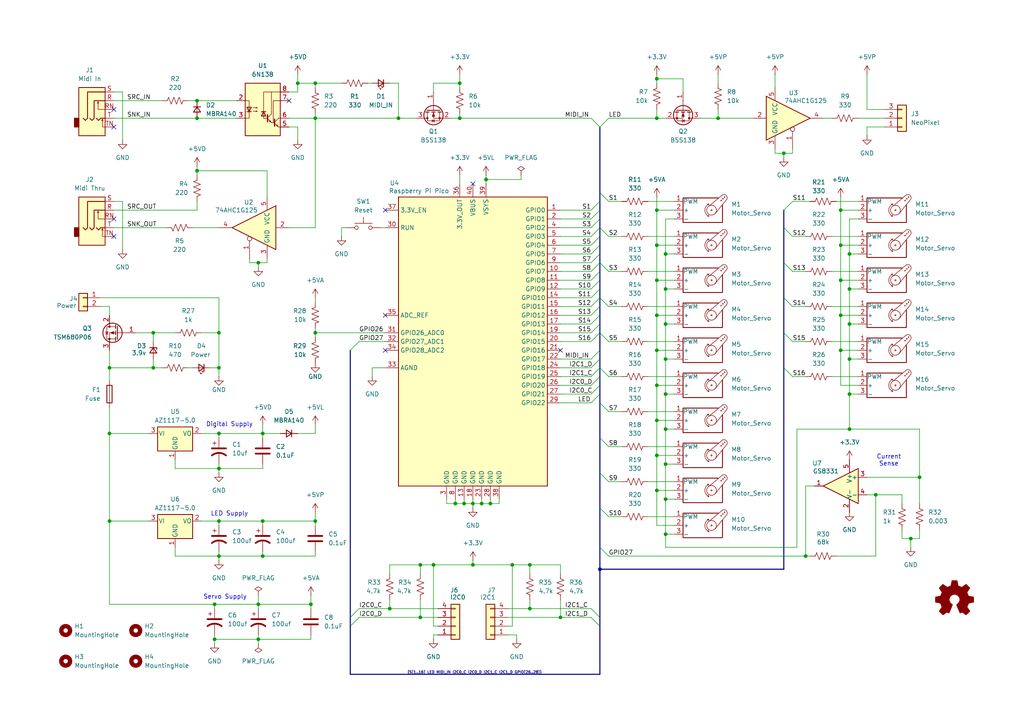
<source format=kicad_sch>
(kicad_sch (version 20250114) (generator "eeschema") (generator_version "9.0")
  (paper "A4")
  (title_block (title "Animatronics - Servo (ANI-SRV)") (date "2025-09-03") (rev "1.1") (company "Sparky Bobo Designs") (comment 2 "Designed by: SparkyBobo") (comment 3 "https://creativecommons.org/licenses/by-sa/4.0/") (comment 4 "Released under the Creative Commons Attribution Share-Alike 4.0 License"))
  (text "Current\nSense" (at 257.81 133.604 0) (effects (font (size 1.27 1.27))))
  (text "LED Supply" (at 66.548 149.098 0) (effects (font (size 1.27 1.27))))
  (text "Digital Supply" (at 66.548 123.19 0) (effects (font (size 1.27 1.27))))
  (text "Servo Supply" (at 65.278 173.228 0) (effects (font (size 1.27 1.27))))
  (junction (at 246.38 114.3))
  (junction (at 132.08 146.05))
  (junction (at 134.62 146.05))
  (junction (at 113.03 176.53))
  (junction (at 76.2 125.73))
  (junction (at 243.84 81.28))
  (junction (at 243.84 101.6))
  (junction (at 63.5 96.52))
  (junction (at 190.5 111.76))
  (junction (at 190.5 142.24))
  (junction (at 74.93 175.26))
  (junction (at 137.16 163.83))
  (junction (at 190.5 91.44))
  (junction (at 264.16 156.21))
  (junction (at 57.15 29.21))
  (junction (at 153.67 163.83))
  (junction (at 190.5 81.28))
  (junction (at 86.36 24.13))
  (junction (at 193.04 83.82))
  (junction (at 193.04 144.78))
  (junction (at 57.15 49.53))
  (junction (at 266.7 138.43))
  (junction (at 190.5 22.86))
  (junction (at 190.5 132.08))
  (junction (at 243.84 91.44))
  (junction (at 142.24 146.05))
  (junction (at 190.5 121.92))
  (junction (at 115.57 34.29))
  (junction (at 121.92 179.07))
  (junction (at 233.68 161.29))
  (junction (at 90.17 175.26))
  (junction (at 140.97 52.07))
  (junction (at 193.04 154.94))
  (junction (at 153.67 176.53))
  (junction (at 246.38 93.98))
  (junction (at 31.75 151.13))
  (junction (at 74.93 76.2))
  (junction (at 193.04 134.62))
  (junction (at 31.75 106.68))
  (junction (at 162.56 179.07))
  (junction (at 121.92 163.83))
  (junction (at 193.04 73.66))
  (junction (at 190.5 60.96))
  (junction (at 63.5 161.29))
  (junction (at 44.45 96.52))
  (junction (at 63.5 106.68))
  (junction (at 193.04 104.14))
  (junction (at 62.23 175.26))
  (junction (at 76.2 151.13))
  (junction (at 190.5 101.6))
  (junction (at 227.33 44.45))
  (junction (at 173.99 165.1))
  (junction (at 63.5 125.73))
  (junction (at 62.23 185.42))
  (junction (at 74.93 185.42))
  (junction (at 44.45 106.68))
  (junction (at 91.44 96.52))
  (junction (at 91.44 24.13))
  (junction (at 193.04 114.3))
  (junction (at 246.38 83.82))
  (junction (at 63.5 151.13))
  (junction (at 193.04 93.98))
  (junction (at 91.44 34.29))
  (junction (at 190.5 71.12))
  (junction (at 139.7 146.05))
  (junction (at 57.15 34.29))
  (junction (at 243.84 60.96))
  (junction (at 243.84 71.12))
  (junction (at 246.38 104.14))
  (junction (at 193.04 124.46))
  (junction (at 254 143.51))
  (junction (at 63.5 135.89))
  (junction (at 137.16 146.05))
  (junction (at 246.38 124.46))
  (junction (at 246.38 73.66))
  (junction (at 208.28 34.29))
  (junction (at 91.44 151.13))
  (junction (at 31.75 125.73))
  (junction (at 133.35 34.29))
  (junction (at 133.35 24.13))
  (junction (at 125.73 163.83))
  (junction (at 190.5 34.29))
  (junction (at 76.2 161.29))
  (junction (at 148.59 163.83))
  (no_connect (at 111.76 101.6))
  (no_connect (at 33.02 68.58))
  (no_connect (at 33.02 63.5))
  (no_connect (at 33.02 36.83))
  (no_connect (at 83.82 29.21))
  (no_connect (at 162.56 101.6))
  (no_connect (at 111.76 91.44))
  (no_connect (at 137.16 53.34))
  (no_connect (at 33.02 31.75))
  (no_connect (at 111.76 60.96))
  (bus_entry (at 173.99 86.36) (size -2.54 2.54))
  (bus_entry (at 176.53 58.42) (size -2.54 -2.54))
  (bus_entry (at 173.99 106.68) (size 2.54 2.54))
  (bus_entry (at 173.99 86.36) (size 2.54 2.54))
  (bus_entry (at 173.99 60.96) (size -2.54 2.54))
  (bus_entry (at 173.99 106.68) (size -2.54 2.54))
  (bus_entry (at 171.45 176.53) (size 2.54 2.54))
  (bus_entry (at 173.99 111.76) (size -2.54 2.54))
  (bus_entry (at 173.99 93.98) (size -2.54 2.54))
  (bus_entry (at 173.99 76.2) (size -2.54 2.54))
  (bus_entry (at 227.33 60.96) (size 2.54 -2.54))
  (bus_entry (at 173.99 114.3) (size -2.54 2.54))
  (bus_entry (at 173.99 147.32) (size 2.54 2.54))
  (bus_entry (at 227.33 106.68) (size 2.54 2.54))
  (bus_entry (at 101.6 101.6) (size 2.54 -2.54))
  (bus_entry (at 173.99 101.6) (size -2.54 2.54))
  (bus_entry (at 173.99 88.9) (size -2.54 2.54))
  (bus_entry (at 173.99 81.28) (size -2.54 2.54))
  (bus_entry (at 173.99 109.22) (size -2.54 2.54))
  (bus_entry (at 173.99 66.04) (size -2.54 2.54))
  (bus_entry (at 101.6 179.07) (size 2.54 -2.54))
  (bus_entry (at 173.99 91.44) (size -2.54 2.54))
  (bus_entry (at 173.99 116.84) (size 2.54 2.54))
  (bus_entry (at 173.99 127) (size 2.54 2.54))
  (bus_entry (at 171.45 179.07) (size 2.54 2.54))
  (bus_entry (at 173.99 63.5) (size -2.54 2.54))
  (bus_entry (at 173.99 68.58) (size -2.54 2.54))
  (bus_entry (at 227.33 96.52) (size 2.54 2.54))
  (bus_entry (at 101.6 181.61) (size 2.54 -2.54))
  (bus_entry (at 173.99 137.16) (size 2.54 2.54))
  (bus_entry (at 173.99 96.52) (size -2.54 2.54))
  (bus_entry (at 171.45 34.29) (size 2.54 2.54))
  (bus_entry (at 173.99 73.66) (size -2.54 2.54))
  (bus_entry (at 227.33 66.04) (size 2.54 2.54))
  (bus_entry (at 173.99 71.12) (size -2.54 2.54))
  (bus_entry (at 173.99 96.52) (size 2.54 2.54))
  (bus_entry (at 227.33 86.36) (size 2.54 2.54))
  (bus_entry (at 227.33 76.2) (size 2.54 2.54))
  (bus_entry (at 173.99 36.83) (size 2.54 -2.54))
  (bus_entry (at 173.99 83.82) (size -2.54 2.54))
  (bus_entry (at 173.99 158.75) (size 2.54 2.54))
  (bus_entry (at 173.99 104.14) (size -2.54 2.54))
  (bus_entry (at 173.99 58.42) (size -2.54 2.54))
  (bus_entry (at 176.53 78.74) (size -2.54 -2.54))
  (bus_entry (at 173.99 66.04) (size 2.54 2.54))
  (bus_entry (at 173.99 78.74) (size -2.54 2.54))
  (wire (pts (xy 133.35 50.8) (xy 133.35 53.34)))
  (wire (pts (xy 187.96 129.54) (xy 195.58 129.54)))
  (wire (pts (xy 127 181.61) (xy 125.73 181.61)))
  (wire (pts (xy 76.2 135.89) (xy 76.2 134.62)))
  (bus (pts (xy 173.99 165.1) (xy 173.99 179.07)))
  (bus (pts (xy 173.99 181.61) (xy 173.99 195.58)))
  (wire (pts (xy 63.5 161.29) (xy 63.5 162.56)))
  (bus (pts (xy 227.33 86.36) (xy 227.33 96.52)))
  (wire (pts (xy 229.87 68.58) (xy 233.68 68.58)))
  (wire (pts (xy 193.04 154.94) (xy 195.58 154.94)))
  (wire (pts (xy 251.46 36.83) (xy 256.54 36.83)))
  (wire (pts (xy 62.23 185.42) (xy 62.23 186.69)))
  (wire (pts (xy 227.33 44.45) (xy 224.79 44.45)))
  (wire (pts (xy 44.45 106.68) (xy 44.45 104.14)))
  (wire (pts (xy 176.53 161.29) (xy 233.68 161.29)))
  (wire (pts (xy 193.04 134.62) (xy 193.04 144.78)))
  (wire (pts (xy 91.44 66.04) (xy 83.82 66.04)))
  (wire (pts (xy 104.14 179.07) (xy 121.92 179.07)))
  (wire (pts (xy 134.62 146.05) (xy 137.16 146.05)))
  (wire (pts (xy 57.15 49.53) (xy 77.47 49.53)))
  (wire (pts (xy 243.84 91.44) (xy 248.92 91.44)))
  (wire (pts (xy 233.68 140.97) (xy 233.68 161.29)))
  (bus (pts (xy 173.99 76.2) (xy 173.99 78.74)))
  (wire (pts (xy 139.7 146.05) (xy 142.24 146.05)))
  (wire (pts (xy 62.23 175.26) (xy 74.93 175.26)))
  (wire (pts (xy 241.3 99.06) (xy 248.92 99.06)))
  (wire (pts (xy 190.5 31.75) (xy 190.5 34.29)))
  (wire (pts (xy 113.03 166.37) (xy 113.03 163.83)))
  (wire (pts (xy 44.45 96.52) (xy 44.45 99.06)))
  (wire (pts (xy 39.37 96.52) (xy 44.45 96.52)))
  (wire (pts (xy 113.03 176.53) (xy 127 176.53)))
  (wire (pts (xy 162.56 91.44) (xy 171.45 91.44)))
  (wire (pts (xy 35.56 40.64) (xy 35.56 26.67)))
  (bus (pts (xy 173.99 109.22) (xy 173.99 111.76)))
  (wire (pts (xy 162.56 66.04) (xy 171.45 66.04)))
  (wire (pts (xy 243.84 81.28) (xy 243.84 91.44)))
  (wire (pts (xy 246.38 114.3) (xy 246.38 124.46)))
  (wire (pts (xy 246.38 114.3) (xy 246.38 104.14)))
  (wire (pts (xy 171.45 73.66) (xy 162.56 73.66)))
  (wire (pts (xy 176.53 129.54) (xy 180.34 129.54)))
  (wire (pts (xy 63.5 86.36) (xy 63.5 96.52)))
  (wire (pts (xy 243.84 81.28) (xy 248.92 81.28)))
  (wire (pts (xy 142.24 144.78) (xy 142.24 146.05)))
  (wire (pts (xy 243.84 71.12) (xy 248.92 71.12)))
  (wire (pts (xy 246.38 124.46) (xy 266.7 124.46)))
  (wire (pts (xy 198.12 22.86) (xy 190.5 22.86)))
  (wire (pts (xy 130.81 34.29) (xy 133.35 34.29)))
  (wire (pts (xy 231.14 124.46) (xy 246.38 124.46)))
  (wire (pts (xy 171.45 76.2) (xy 162.56 76.2)))
  (wire (pts (xy 113.03 163.83) (xy 121.92 163.83)))
  (bus (pts (xy 173.99 55.88) (xy 173.99 58.42)))
  (bus (pts (xy 173.99 137.16) (xy 173.99 147.32)))
  (wire (pts (xy 77.47 49.53) (xy 77.47 57.15)))
  (wire (pts (xy 35.56 72.39) (xy 35.56 58.42)))
  (bus (pts (xy 173.99 111.76) (xy 173.99 114.3)))
  (wire (pts (xy 153.67 176.53) (xy 153.67 173.99)))
  (wire (pts (xy 140.97 52.07) (xy 151.13 52.07)))
  (wire (pts (xy 243.84 57.15) (xy 243.84 60.96)))
  (wire (pts (xy 190.5 121.92) (xy 195.58 121.92)))
  (wire (pts (xy 198.12 26.67) (xy 198.12 22.86)))
  (wire (pts (xy 72.39 76.2) (xy 72.39 74.93)))
  (wire (pts (xy 246.38 104.14) (xy 248.92 104.14)))
  (wire (pts (xy 193.04 93.98) (xy 195.58 93.98)))
  (bus (pts (xy 173.99 88.9) (xy 173.99 91.44)))
  (wire (pts (xy 153.67 176.53) (xy 171.45 176.53)))
  (wire (pts (xy 193.04 158.75) (xy 231.14 158.75)))
  (wire (pts (xy 162.56 71.12) (xy 171.45 71.12)))
  (wire (pts (xy 190.5 60.96) (xy 195.58 60.96)))
  (wire (pts (xy 190.5 91.44) (xy 190.5 101.6)))
  (bus (pts (xy 173.99 101.6) (xy 173.99 104.14)))
  (wire (pts (xy 63.5 160.02) (xy 63.5 161.29)))
  (bus (pts (xy 227.33 60.96) (xy 227.33 66.04)))
  (wire (pts (xy 33.02 34.29) (xy 57.15 34.29)))
  (wire (pts (xy 187.96 99.06) (xy 195.58 99.06)))
  (wire (pts (xy 261.62 143.51) (xy 261.62 146.05)))
  (wire (pts (xy 91.44 24.13) (xy 99.06 24.13)))
  (bus (pts (xy 173.99 147.32) (xy 173.99 158.75)))
  (wire (pts (xy 62.23 184.15) (xy 62.23 185.42)))
  (wire (pts (xy 266.7 138.43) (xy 266.7 146.05)))
  (wire (pts (xy 132.08 146.05) (xy 134.62 146.05)))
  (wire (pts (xy 190.5 111.76) (xy 195.58 111.76)))
  (wire (pts (xy 176.53 88.9) (xy 180.34 88.9)))
  (wire (pts (xy 50.8 135.89) (xy 50.8 133.35)))
  (wire (pts (xy 233.68 140.97) (xy 236.22 140.97)))
  (wire (pts (xy 246.38 93.98) (xy 248.92 93.98)))
  (wire (pts (xy 99.06 66.04) (xy 99.06 68.58)))
  (bus (pts (xy 173.99 96.52) (xy 173.99 101.6)))
  (wire (pts (xy 190.5 132.08) (xy 190.5 142.24)))
  (bus (pts (xy 173.99 104.14) (xy 173.99 106.68)))
  (bus (pts (xy 227.33 96.52) (xy 227.33 106.68)))
  (wire (pts (xy 90.17 185.42) (xy 90.17 184.15)))
  (wire (pts (xy 63.5 135.89) (xy 76.2 135.89)))
  (wire (pts (xy 139.7 144.78) (xy 139.7 146.05)))
  (bus (pts (xy 173.99 114.3) (xy 173.99 116.84)))
  (bus (pts (xy 173.99 63.5) (xy 173.99 66.04)))
  (wire (pts (xy 254 143.51) (xy 254 161.29)))
  (wire (pts (xy 193.04 114.3) (xy 193.04 124.46)))
  (wire (pts (xy 171.45 114.3) (xy 162.56 114.3)))
  (wire (pts (xy 63.5 135.89) (xy 50.8 135.89)))
  (wire (pts (xy 190.5 142.24) (xy 195.58 142.24)))
  (wire (pts (xy 190.5 121.92) (xy 190.5 132.08)))
  (wire (pts (xy 176.53 78.74) (xy 180.34 78.74)))
  (wire (pts (xy 195.58 132.08) (xy 190.5 132.08)))
  (wire (pts (xy 57.15 29.21) (xy 68.58 29.21)))
  (wire (pts (xy 229.87 88.9) (xy 233.68 88.9)))
  (wire (pts (xy 63.5 106.68) (xy 63.5 109.22)))
  (bus (pts (xy 173.99 83.82) (xy 173.99 86.36)))
  (wire (pts (xy 246.38 104.14) (xy 246.38 93.98)))
  (wire (pts (xy 243.84 60.96) (xy 243.84 71.12)))
  (bus (pts (xy 173.99 127) (xy 173.99 137.16)))
  (wire (pts (xy 77.47 74.93) (xy 77.47 76.2)))
  (wire (pts (xy 104.14 99.06) (xy 111.76 99.06)))
  (wire (pts (xy 91.44 151.13) (xy 91.44 152.4)))
  (wire (pts (xy 190.5 71.12) (xy 190.5 81.28)))
  (wire (pts (xy 76.2 161.29) (xy 91.44 161.29)))
  (wire (pts (xy 208.28 21.59) (xy 208.28 24.13)))
  (wire (pts (xy 74.93 184.15) (xy 74.93 185.42)))
  (wire (pts (xy 176.53 139.7) (xy 180.34 139.7)))
  (wire (pts (xy 171.45 104.14) (xy 162.56 104.14)))
  (wire (pts (xy 91.44 86.36) (xy 91.44 87.63)))
  (bus (pts (xy 173.99 179.07) (xy 173.99 181.61)))
  (wire (pts (xy 251.46 31.75) (xy 256.54 31.75)))
  (wire (pts (xy 133.35 21.59) (xy 133.35 24.13)))
  (wire (pts (xy 104.14 176.53) (xy 113.03 176.53)))
  (wire (pts (xy 193.04 144.78) (xy 195.58 144.78)))
  (wire (pts (xy 171.45 111.76) (xy 162.56 111.76)))
  (wire (pts (xy 187.96 149.86) (xy 195.58 149.86)))
  (wire (pts (xy 238.76 34.29) (xy 241.3 34.29)))
  (wire (pts (xy 193.04 83.82) (xy 193.04 93.98)))
  (wire (pts (xy 74.93 76.2) (xy 77.47 76.2)))
  (wire (pts (xy 91.44 34.29) (xy 115.57 34.29)))
  (wire (pts (xy 74.93 76.2) (xy 74.93 77.47)))
  (wire (pts (xy 187.96 88.9) (xy 195.58 88.9)))
  (wire (pts (xy 190.5 22.86) (xy 190.5 24.13)))
  (wire (pts (xy 57.15 34.29) (xy 68.58 34.29)))
  (wire (pts (xy 125.73 24.13) (xy 133.35 24.13)))
  (wire (pts (xy 86.36 125.73) (xy 91.44 125.73)))
  (wire (pts (xy 55.88 66.04) (xy 63.5 66.04)))
  (wire (pts (xy 261.62 156.21) (xy 264.16 156.21)))
  (wire (pts (xy 149.86 184.15) (xy 149.86 185.42)))
  (wire (pts (xy 171.45 86.36) (xy 162.56 86.36)))
  (wire (pts (xy 63.5 134.62) (xy 63.5 135.89)))
  (wire (pts (xy 76.2 160.02) (xy 76.2 161.29)))
  (wire (pts (xy 63.5 125.73) (xy 76.2 125.73)))
  (wire (pts (xy 147.32 176.53) (xy 153.67 176.53)))
  (wire (pts (xy 162.56 99.06) (xy 171.45 99.06)))
  (wire (pts (xy 176.53 149.86) (xy 180.34 149.86)))
  (wire (pts (xy 171.45 96.52) (xy 162.56 96.52)))
  (wire (pts (xy 229.87 109.22) (xy 233.68 109.22)))
  (wire (pts (xy 193.04 73.66) (xy 193.04 83.82)))
  (wire (pts (xy 57.15 49.53) (xy 57.15 50.8)))
  (wire (pts (xy 74.93 185.42) (xy 74.93 186.69)))
  (wire (pts (xy 193.04 154.94) (xy 193.04 158.75)))
  (wire (pts (xy 190.5 101.6) (xy 190.5 111.76)))
  (bus (pts (xy 173.99 66.04) (xy 173.99 68.58)))
  (bus (pts (xy 173.99 73.66) (xy 173.99 76.2)))
  (wire (pts (xy 251.46 143.51) (xy 254 143.51)))
  (wire (pts (xy 107.95 106.68) (xy 111.76 106.68)))
  (wire (pts (xy 148.59 163.83) (xy 148.59 181.61)))
  (wire (pts (xy 90.17 172.72) (xy 90.17 175.26)))
  (wire (pts (xy 31.75 151.13) (xy 31.75 175.26)))
  (wire (pts (xy 132.08 144.78) (xy 132.08 146.05)))
  (wire (pts (xy 110.49 66.04) (xy 111.76 66.04)))
  (wire (pts (xy 63.5 125.73) (xy 63.5 127)))
  (wire (pts (xy 91.44 96.52) (xy 91.44 97.79)))
  (wire (pts (xy 29.21 86.36) (xy 63.5 86.36)))
  (wire (pts (xy 162.56 163.83) (xy 162.56 166.37)))
  (wire (pts (xy 254 161.29) (xy 242.57 161.29)))
  (wire (pts (xy 241.3 68.58) (xy 248.92 68.58)))
  (wire (pts (xy 50.8 161.29) (xy 50.8 158.75)))
  (wire (pts (xy 248.92 114.3) (xy 246.38 114.3)))
  (wire (pts (xy 125.73 184.15) (xy 125.73 185.42)))
  (wire (pts (xy 242.57 58.42) (xy 248.92 58.42)))
  (wire (pts (xy 203.2 34.29) (xy 208.28 34.29)))
  (wire (pts (xy 137.16 146.05) (xy 137.16 147.32)))
  (wire (pts (xy 31.75 125.73) (xy 31.75 151.13)))
  (bus (pts (xy 173.99 93.98) (xy 173.99 96.52)))
  (wire (pts (xy 241.3 109.22) (xy 248.92 109.22)))
  (wire (pts (xy 137.16 146.05) (xy 139.7 146.05)))
  (wire (pts (xy 193.04 104.14) (xy 195.58 104.14)))
  (wire (pts (xy 44.45 96.52) (xy 50.8 96.52)))
  (wire (pts (xy 251.46 36.83) (xy 251.46 39.37)))
  (wire (pts (xy 74.93 185.42) (xy 90.17 185.42)))
  (wire (pts (xy 63.5 135.89) (xy 63.5 137.16)))
  (wire (pts (xy 129.54 146.05) (xy 132.08 146.05)))
  (wire (pts (xy 190.5 142.24) (xy 190.5 152.4)))
  (wire (pts (xy 190.5 21.59) (xy 190.5 22.86)))
  (wire (pts (xy 57.15 48.26) (xy 57.15 49.53)))
  (bus (pts (xy 173.99 81.28) (xy 173.99 83.82)))
  (wire (pts (xy 63.5 151.13) (xy 63.5 152.4)))
  (wire (pts (xy 162.56 81.28) (xy 171.45 81.28)))
  (bus (pts (xy 101.6 101.6) (xy 101.6 179.07)))
  (wire (pts (xy 241.3 88.9) (xy 248.92 88.9)))
  (bus (pts (xy 173.99 71.12) (xy 173.99 73.66)))
  (wire (pts (xy 142.24 146.05) (xy 144.78 146.05)))
  (wire (pts (xy 264.16 158.75) (xy 264.16 156.21)))
  (wire (pts (xy 62.23 185.42) (xy 74.93 185.42)))
  (wire (pts (xy 76.2 151.13) (xy 91.44 151.13)))
  (wire (pts (xy 229.87 99.06) (xy 233.68 99.06)))
  (wire (pts (xy 176.53 68.58) (xy 180.34 68.58)))
  (wire (pts (xy 91.44 125.73) (xy 91.44 123.19)))
  (wire (pts (xy 57.15 58.42) (xy 57.15 60.96)))
  (wire (pts (xy 74.93 172.72) (xy 74.93 175.26)))
  (wire (pts (xy 55.88 106.68) (xy 54.61 106.68)))
  (wire (pts (xy 190.5 81.28) (xy 195.58 81.28)))
  (wire (pts (xy 176.53 109.22) (xy 180.34 109.22)))
  (wire (pts (xy 31.75 106.68) (xy 44.45 106.68)))
  (wire (pts (xy 246.38 63.5) (xy 246.38 73.66)))
  (wire (pts (xy 125.73 26.67) (xy 125.73 24.13)))
  (wire (pts (xy 176.53 34.29) (xy 190.5 34.29)))
  (wire (pts (xy 31.75 175.26) (xy 62.23 175.26)))
  (wire (pts (xy 33.02 66.04) (xy 48.26 66.04)))
  (wire (pts (xy 60.96 106.68) (xy 63.5 106.68)))
  (bus (pts (xy 101.6 195.58) (xy 173.99 195.58)))
  (wire (pts (xy 187.96 139.7) (xy 195.58 139.7)))
  (wire (pts (xy 147.32 179.07) (xy 162.56 179.07)))
  (wire (pts (xy 162.56 83.82) (xy 171.45 83.82)))
  (wire (pts (xy 171.45 63.5) (xy 162.56 63.5)))
  (wire (pts (xy 106.68 24.13) (xy 107.95 24.13)))
  (wire (pts (xy 140.97 52.07) (xy 140.97 53.34)))
  (bus (pts (xy 173.99 36.83) (xy 173.99 55.88)))
  (wire (pts (xy 137.16 163.83) (xy 148.59 163.83)))
  (wire (pts (xy 125.73 163.83) (xy 125.73 181.61)))
  (bus (pts (xy 101.6 181.61) (xy 101.6 195.58)))
  (wire (pts (xy 187.96 119.38) (xy 195.58 119.38)))
  (wire (pts (xy 31.75 118.11) (xy 31.75 125.73)))
  (wire (pts (xy 243.84 60.96) (xy 248.92 60.96)))
  (wire (pts (xy 208.28 31.75) (xy 208.28 34.29)))
  (bus (pts (xy 173.99 106.68) (xy 173.99 109.22)))
  (wire (pts (xy 195.58 134.62) (xy 193.04 134.62)))
  (wire (pts (xy 121.92 163.83) (xy 121.92 166.37)))
  (wire (pts (xy 193.04 73.66) (xy 195.58 73.66)))
  (wire (pts (xy 193.04 124.46) (xy 195.58 124.46)))
  (wire (pts (xy 162.56 68.58) (xy 171.45 68.58)))
  (wire (pts (xy 193.04 63.5) (xy 195.58 63.5)))
  (wire (pts (xy 35.56 26.67) (xy 33.02 26.67)))
  (wire (pts (xy 63.5 161.29) (xy 76.2 161.29)))
  (wire (pts (xy 33.02 60.96) (xy 57.15 60.96)))
  (wire (pts (xy 76.2 151.13) (xy 76.2 152.4)))
  (wire (pts (xy 171.45 88.9) (xy 162.56 88.9)))
  (wire (pts (xy 76.2 125.73) (xy 76.2 127)))
  (wire (pts (xy 74.93 175.26) (xy 90.17 175.26)))
  (wire (pts (xy 137.16 144.78) (xy 137.16 146.05)))
  (bus (pts (xy 173.99 68.58) (xy 173.99 71.12)))
  (bus (pts (xy 227.33 66.04) (xy 227.33 76.2)))
  (wire (pts (xy 264.16 156.21) (xy 266.7 156.21)))
  (wire (pts (xy 133.35 34.29) (xy 171.45 34.29)))
  (wire (pts (xy 31.75 88.9) (xy 31.75 91.44)))
  (wire (pts (xy 151.13 52.07) (xy 151.13 50.8)))
  (wire (pts (xy 121.92 173.99) (xy 121.92 179.07)))
  (wire (pts (xy 227.33 44.45) (xy 229.87 44.45)))
  (wire (pts (xy 190.5 81.28) (xy 190.5 91.44)))
  (wire (pts (xy 266.7 124.46) (xy 266.7 138.43)))
  (wire (pts (xy 187.96 68.58) (xy 195.58 68.58)))
  (wire (pts (xy 193.04 83.82) (xy 195.58 83.82)))
  (wire (pts (xy 133.35 24.13) (xy 133.35 25.4)))
  (wire (pts (xy 266.7 153.67) (xy 266.7 156.21)))
  (wire (pts (xy 248.92 111.76) (xy 243.84 111.76)))
  (wire (pts (xy 153.67 163.83) (xy 162.56 163.83)))
  (wire (pts (xy 133.35 33.02) (xy 133.35 34.29)))
  (wire (pts (xy 31.75 101.6) (xy 31.75 106.68)))
  (wire (pts (xy 147.32 181.61) (xy 148.59 181.61)))
  (wire (pts (xy 261.62 153.67) (xy 261.62 156.21)))
  (wire (pts (xy 187.96 78.74) (xy 195.58 78.74)))
  (wire (pts (xy 58.42 96.52) (xy 63.5 96.52)))
  (wire (pts (xy 83.82 26.67) (xy 86.36 26.67)))
  (wire (pts (xy 91.44 95.25) (xy 91.44 96.52)))
  (wire (pts (xy 54.61 29.21) (xy 57.15 29.21)))
  (wire (pts (xy 91.44 148.59) (xy 91.44 151.13)))
  (bus (pts (xy 101.6 179.07) (xy 101.6 181.61)))
  (wire (pts (xy 193.04 144.78) (xy 193.04 154.94)))
  (wire (pts (xy 246.38 83.82) (xy 246.38 93.98)))
  (wire (pts (xy 243.84 91.44) (xy 243.84 101.6)))
  (wire (pts (xy 137.16 162.56) (xy 137.16 163.83)))
  (wire (pts (xy 187.96 58.42) (xy 195.58 58.42)))
  (bus (pts (xy 227.33 106.68) (xy 227.33 165.1)))
  (bus (pts (xy 227.33 76.2) (xy 227.33 86.36)))
  (wire (pts (xy 208.28 34.29) (xy 218.44 34.29)))
  (wire (pts (xy 127 184.15) (xy 125.73 184.15)))
  (wire (pts (xy 121.92 179.07) (xy 127 179.07)))
  (bus (pts (xy 173.99 86.36) (xy 173.99 88.9)))
  (wire (pts (xy 190.5 101.6) (xy 195.58 101.6)))
  (wire (pts (xy 190.5 60.96) (xy 190.5 71.12)))
  (wire (pts (xy 224.79 43.18) (xy 224.79 44.45)))
  (wire (pts (xy 86.36 26.67) (xy 86.36 24.13)))
  (wire (pts (xy 243.84 101.6) (xy 248.92 101.6)))
  (wire (pts (xy 83.82 34.29) (xy 91.44 34.29)))
  (wire (pts (xy 193.04 104.14) (xy 193.04 114.3)))
  (wire (pts (xy 229.87 78.74) (xy 233.68 78.74)))
  (wire (pts (xy 193.04 134.62) (xy 193.04 124.46)))
  (wire (pts (xy 243.84 111.76) (xy 243.84 101.6)))
  (wire (pts (xy 243.84 71.12) (xy 243.84 81.28)))
  (wire (pts (xy 176.53 99.06) (xy 180.34 99.06)))
  (wire (pts (xy 246.38 73.66) (xy 248.92 73.66)))
  (wire (pts (xy 251.46 21.59) (xy 251.46 31.75)))
  (bus (pts (xy 173.99 116.84) (xy 173.99 127)))
  (wire (pts (xy 58.42 151.13) (xy 63.5 151.13)))
  (wire (pts (xy 224.79 21.59) (xy 224.79 25.4)))
  (bus (pts (xy 173.99 60.96) (xy 173.99 63.5)))
  (wire (pts (xy 76.2 123.19) (xy 76.2 125.73)))
  (wire (pts (xy 86.36 36.83) (xy 86.36 40.64)))
  (wire (pts (xy 248.92 34.29) (xy 256.54 34.29)))
  (wire (pts (xy 31.75 106.68) (xy 31.75 110.49)))
  (wire (pts (xy 74.93 76.2) (xy 72.39 76.2)))
  (wire (pts (xy 233.68 161.29) (xy 234.95 161.29)))
  (wire (pts (xy 246.38 73.66) (xy 246.38 83.82)))
  (wire (pts (xy 190.5 71.12) (xy 195.58 71.12)))
  (wire (pts (xy 190.5 57.15) (xy 190.5 60.96)))
  (wire (pts (xy 31.75 125.73) (xy 43.18 125.73)))
  (wire (pts (xy 140.97 50.8) (xy 140.97 52.07)))
  (wire (pts (xy 63.5 96.52) (xy 63.5 106.68)))
  (wire (pts (xy 171.45 60.96) (xy 162.56 60.96)))
  (wire (pts (xy 190.5 111.76) (xy 190.5 121.92)))
  (wire (pts (xy 229.87 44.45) (xy 229.87 43.18)))
  (wire (pts (xy 171.45 116.84) (xy 162.56 116.84)))
  (wire (pts (xy 31.75 151.13) (xy 43.18 151.13)))
  (wire (pts (xy 58.42 125.73) (xy 63.5 125.73)))
  (wire (pts (xy 229.87 58.42) (xy 234.95 58.42)))
  (wire (pts (xy 171.45 106.68) (xy 162.56 106.68)))
  (wire (pts (xy 125.73 163.83) (xy 137.16 163.83)))
  (wire (pts (xy 254 143.51) (xy 261.62 143.51)))
  (wire (pts (xy 115.57 34.29) (xy 120.65 34.29)))
  (wire (pts (xy 193.04 114.3) (xy 195.58 114.3)))
  (wire (pts (xy 148.59 163.83) (xy 153.67 163.83)))
  (wire (pts (xy 162.56 179.07) (xy 171.45 179.07)))
  (wire (pts (xy 74.93 175.26) (xy 74.93 176.53)))
  (wire (pts (xy 91.44 96.52) (xy 111.76 96.52)))
  (wire (pts (xy 227.33 44.45) (xy 227.33 45.72)))
  (bus (pts (xy 227.33 165.1) (xy 173.99 165.1)))
  (bus (pts (xy 173.99 158.75) (xy 173.99 165.1)))
  (wire (pts (xy 241.3 78.74) (xy 248.92 78.74)))
  (wire (pts (xy 76.2 125.73) (xy 81.28 125.73)))
  (wire (pts (xy 113.03 173.99) (xy 113.03 176.53)))
  (wire (pts (xy 91.44 24.13) (xy 91.44 25.4)))
  (wire (pts (xy 44.45 106.68) (xy 46.99 106.68)))
  (wire (pts (xy 86.36 24.13) (xy 91.44 24.13)))
  (wire (pts (xy 190.5 91.44) (xy 195.58 91.44)))
  (wire (pts (xy 231.14 158.75) (xy 231.14 124.46)))
  (wire (pts (xy 162.56 93.98) (xy 171.45 93.98)))
  (wire (pts (xy 190.5 152.4) (xy 195.58 152.4)))
  (wire (pts (xy 246.38 83.82) (xy 248.92 83.82)))
  (wire (pts (xy 100.33 66.04) (xy 99.06 66.04)))
  (wire (pts (xy 113.03 24.13) (xy 115.57 24.13)))
  (wire (pts (xy 193.04 93.98) (xy 193.04 104.14)))
  (wire (pts (xy 162.56 179.07) (xy 162.56 173.99)))
  (wire (pts (xy 91.44 161.29) (xy 91.44 160.02)))
  (wire (pts (xy 153.67 163.83) (xy 153.67 166.37)))
  (wire (pts (xy 176.53 119.38) (xy 180.34 119.38)))
  (wire (pts (xy 187.96 109.22) (xy 195.58 109.22)))
  (wire (pts (xy 91.44 34.29) (xy 91.44 66.04)))
  (wire (pts (xy 125.73 163.83) (xy 121.92 163.83)))
  (wire (pts (xy 129.54 144.78) (xy 129.54 146.05)))
  (wire (pts (xy 90.17 175.26) (xy 90.17 176.53)))
  (wire (pts (xy 171.45 78.74) (xy 162.56 78.74)))
  (wire (pts (xy 171.45 109.22) (xy 162.56 109.22)))
  (wire (pts (xy 86.36 21.59) (xy 86.36 24.13)))
  (wire (pts (xy 193.04 34.29) (xy 190.5 34.29)))
  (wire (pts (xy 62.23 175.26) (xy 62.23 176.53)))
  (wire (pts (xy 144.78 146.05) (xy 144.78 144.78)))
  (wire (pts (xy 63.5 161.29) (xy 50.8 161.29)))
  (bus (pts (xy 173.99 58.42) (xy 173.99 60.96)))
  (wire (pts (xy 176.53 58.42) (xy 180.34 58.42)))
  (wire (pts (xy 147.32 184.15) (xy 149.86 184.15)))
  (wire (pts (xy 33.02 29.21) (xy 46.99 29.21)))
  (wire (pts (xy 83.82 36.83) (xy 86.36 36.83)))
  (wire (pts (xy 193.04 63.5) (xy 193.04 73.66)))
  (bus (pts (xy 173.99 91.44) (xy 173.99 93.98)))
  (wire (pts (xy 251.46 138.43) (xy 266.7 138.43)))
  (wire (pts (xy 246.38 63.5) (xy 248.92 63.5)))
  (bus (pts (xy 173.99 78.74) (xy 173.99 81.28)))
  (wire (pts (xy 35.56 58.42) (xy 33.02 58.42)))
  (wire (pts (xy 115.57 24.13) (xy 115.57 34.29)))
  (wire (pts (xy 107.95 106.68) (xy 107.95 109.22)))
  (wire (pts (xy 63.5 151.13) (xy 76.2 151.13)))
  (wire (pts (xy 91.44 34.29) (xy 91.44 33.02)))
  (wire (pts (xy 134.62 144.78) (xy 134.62 146.05)))
  (wire (pts (xy 29.21 88.9) (xy 31.75 88.9)))
  (label "S6" (at 176.53 109.22 0))
  (label "S6" (at 171.45 73.66 180))
  (label "S8" (at 176.53 129.54 0))
  (label "S7" (at 171.45 76.2 180))
  (label "S4" (at 176.53 88.9 0))
  (label "LED" (at 176.53 34.29 0))
  (label "S9" (at 176.53 139.7 0))
  (label "S5" (at 176.53 99.06 0))
  (label "S1" (at 171.45 60.96 180))
  (label "S10" (at 176.53 149.86 0))
  (label "S14" (at 171.45 93.98 180))
  (label "SNK_IN" (at 36.83 34.29 0))
  (label "S13" (at 229.87 78.74 0))
  (label "S4" (at 171.45 68.58 180))
  (label "S16" (at 229.87 109.22 0))
  (label "S7" (at 176.53 119.38 0))
  (label "I2C0_C" (at 165.1 114.3 0))
  (label "S14" (at 229.87 88.9 0))
  (label "I2C0_C" (at 104.14 176.53 0))
  (label "SNK_OUT" (at 36.83 66.04 0))
  (label "S5" (at 171.45 71.12 180))
  (label "I2C0_D" (at 104.14 179.07 0))
  (label "GPIO26" (at 104.14 96.52 0))
  (label "S3" (at 171.45 66.04 180))
  (label "S12" (at 171.45 88.9 180))
  (label "GPIO27" (at 176.53 161.29 0))
  (label "SRC_OUT" (at 36.83 60.96 0))
  (label "GPIO27" (at 104.14 99.06 0))
  (label "S15" (at 171.45 96.52 180))
  (label "S16" (at 171.45 99.06 180))
  (label "S2" (at 176.53 68.58 0))
  (label "S13" (at 171.45 91.44 180))
  (label "S11" (at 229.87 58.42 0))
  (label "S3" (at 176.53 78.74 0))
  (label "SRC_IN" (at 36.83 29.21 0))
  (label "I2C1_C" (at 165.1 109.22 0))
  (label "I2C0_D" (at 165.1 111.76 0))
  (label "MIDI_IN" (at 163.83 104.14 0))
  (label "MIDI_IN" (at 163.83 34.29 0))
  (label "I2C1_C" (at 163.83 176.53 0))
  (label "{S[1..16] LED MIDI_IN I2C0_C I2C0_D I2C1_C I2C1_D GPIO[26..28]}" (at 118.11 195.58 0) (effects (font (size 0.762 0.762))))
  (label "S9" (at 171.45 81.28 180))
  (label "S10" (at 171.45 83.82 180))
  (label "S8" (at 171.45 78.74 180))
  (label "S11" (at 171.45 86.36 180))
  (label "S15" (at 229.87 99.06 0))
  (label "I2C1_D" (at 165.1 106.68 0))
  (label "S12" (at 229.87 68.58 0))
  (label "LED" (at 167.64 116.84 0))
  (label "S1" (at 176.53 58.42 0))
  (label "S2" (at 171.45 63.5 180))
  (label "I2C1_D" (at 163.83 179.07 0))
  (symbol (lib_id "power:GND") (at 107.95 109.22 0) (unit 1)
    (property "Reference" "#PWR018" (effects (hide yes)))
    (property "Value" "GND" (at 107.95 114.3 0))
    (property "Description" "Power symbol creates a global label with name \"GND\" , ground" (effects (hide yes)))
  )
  (symbol (lib_id "power:GND") (at 251.46 39.37 0) (mirror y) (unit 1)
    (property "Reference" "#PWR028" (effects (hide yes)))
    (property "Value" "GND" (at 251.46 44.45 0))
    (property "Description" "Power symbol creates a global label with name \"GND\" , ground" (effects (hide yes)))
  )
  (symbol (lib_id "Device:C_Polarized_US") (at 63.5 130.81 0) (unit 1)
    (property "Reference" "C1" (at 67.31 128.9049 0) (effects (justify left)))
    (property "Value" "10uf" (at 67.31 131.4449 0) (effects (justify left)))
    (property "Footprint" "Capacitor_THT:CP_Radial_D5.0mm_P2.00mm" (effects (hide yes)))
    (property "Description" "Polarized capacitor, US symbol" (effects (hide yes)))
  )
  (symbol (lib_id "Mechanical:MountingHole") (at 19.05 191.77 0) (unit 1) (exclude_from_sim yes) (in_bom no)
    (property "Reference" "H3" (at 21.59 190.4999 0) (effects (justify left)))
    (property "Value" "MountingHole" (at 21.59 193.0399 0) (effects (justify left)))
    (property "Footprint" "MountingHole:MountingHole_3.2mm_M3" (effects (hide yes)))
    (property "Description" "Mounting Hole without connection" (effects (hide yes)))
  )
  (symbol (lib_id "Device:C") (at 76.2 130.81 0) (unit 1)
    (property "Reference" "C2" (at 80.01 129.5399 0) (effects (justify left)))
    (property "Value" "0.1uF" (at 80.01 132.0799 0) (effects (justify left)))
    (property "Footprint" "Capacitor_THT:C_Rect_L4.0mm_W2.5mm_P2.50mm" (effects (hide yes)))
    (property "Description" "Unpolarized capacitor" (effects (hide yes)))
  )
  (symbol (lib_id "power:GND") (at 63.5 137.16 0) (mirror y) (unit 1)
    (property "Reference" "#PWR06" (effects (hide yes)))
    (property "Value" "GND" (at 63.5 142.24 0))
    (property "Description" "Power symbol creates a global label with name \"GND\" , ground" (effects (hide yes)))
  )
  (symbol (lib_id "Device:D_Small") (at 83.82 125.73 180) (unit 1)
    (property "Reference" "D5" (at 83.82 119.38 0))
    (property "Value" "MBRA140" (at 83.82 121.92 0))
    (property "Footprint" "Diode_SMD:D_SMA_Handsoldering" (effects (hide yes)))
    (property "Description" "Diode, small symbol" (effects (hide yes)))
    (property "Sim.Device" "D" (effects (hide yes)))
    (property "Sim.Pins" "1=K 2=A" (effects (hide yes)))
  )
  (symbol (lib_id "power:GND") (at 35.56 40.64 0) (mirror y) (unit 1)
    (property "Reference" "#PWR03" (effects (hide yes)))
    (property "Value" "GND" (at 35.56 45.72 0))
    (property "Description" "Power symbol creates a global label with name \"GND\" , ground" (effects (hide yes)))
  )
  (symbol (lib_id "power:GND") (at 91.44 105.41 0) (mirror y) (unit 1)
    (property "Reference" "#PWR026" (effects (hide yes)))
    (property "Value" "GND" (at 91.44 109.22 0))
    (property "Description" "Power symbol creates a global label with name \"GND\" , ground" (effects (hide yes)))
  )
  (symbol (lib_id "Device:R_US") (at 91.44 29.21 0) (unit 1)
    (property "Reference" "R3" (at 93.98 27.9399 0) (effects (justify left)))
    (property "Value" "220" (at 93.98 30.4799 0) (effects (justify left)))
    (property "Footprint" "Resistor_SMD:R_1206_3216Metric_Pad1.30x1.75mm_HandSolder" (effects (hide yes)))
    (property "Description" "Resistor, US symbol" (effects (hide yes)))
  )
  (symbol (lib_id "power:+3.3V") (at 133.35 50.8 0) (unit 1)
    (property "Reference" "#PWR016" (effects (hide yes)))
    (property "Value" "+3.3V" (at 133.35 45.72 0))
    (property "Description" "Power symbol creates a global label with name \"+3.3V\"" (effects (hide yes)))
  )
  (symbol (lib_id "power:+5VD") (at 86.36 21.59 0) (unit 1)
    (property "Reference" "#PWR013" (effects (hide yes)))
    (property "Value" "+5VD" (at 86.36 16.51 0))
    (property "Description" "Power symbol creates a global label with name \"+5VD\"" (effects (hide yes)))
  )
  (symbol (lib_id "Device:R_US") (at 208.28 27.94 180) (unit 1)
    (property "Reference" "R8" (at 210.82 26.6699 0) (effects (justify right)))
    (property "Value" "10k" (at 210.82 29.2099 0) (effects (justify right)))
    (property "Footprint" "Resistor_SMD:R_1206_3216Metric_Pad1.30x1.75mm_HandSolder" (effects (hide yes)))
    (property "Description" "Resistor, US symbol" (effects (hide yes)))
  )
  (symbol (lib_id "power:GND") (at 149.86 185.42 0) (unit 1)
    (property "Reference" "#PWR025" (effects (hide yes)))
    (property "Value" "GND" (at 149.86 190.5 0))
    (property "Description" "Power symbol creates a global label with name \"GND\" , ground" (effects (hide yes)))
  )
  (symbol (lib_id "Motor:Motor_Servo") (at 256.54 60.96 0) (unit 1)
    (property "Reference" "M11" (at 265.43 59.2565 0) (effects (justify left)))
    (property "Value" "Motor_Servo" (at 265.43 61.7965 0) (effects (justify left)))
    (property "Footprint" "Connector_PinHeader_2.54mm:PinHeader_1x03_P2.54mm_Vertical" (effects (hide yes)))
    (property "Datasheet" "http://forums.parallax.com/uploads/attachments/46831/74481.png" (effects (hide yes)))
    (property "Description" "Servo Motor (Futaba, HiTec, JR connector)" (effects (hide yes)))
  )
  (symbol (lib_id "Device:R_US") (at 91.44 91.44 0) (mirror x) (unit 1)
    (property "Reference" "R28" (at 88.9 90.1699 0) (effects (justify right)))
    (property "Value" "10k" (at 88.9 92.7099 0) (effects (justify right)))
    (property "Footprint" "Resistor_SMD:R_1206_3216Metric_Pad1.30x1.75mm_HandSolder" (effects (hide yes)))
    (property "Description" "Resistor, US symbol" (effects (hide yes)))
  )
  (symbol (lib_id "Device:R_US") (at 50.8 106.68 90) (unit 1)
    (property "Reference" "R10" (at 50.8 100.33 90))
    (property "Value" "470" (at 50.8 102.87 90))
    (property "Footprint" "Resistor_SMD:R_1206_3216Metric_Pad1.30x1.75mm_HandSolder" (effects (hide yes)))
    (property "Description" "Resistor, US symbol" (effects (hide yes)))
  )
  (symbol (lib_id "power:GND") (at 99.06 68.58 0) (mirror y) (unit 1)
    (property "Reference" "#PWR035" (effects (hide yes)))
    (property "Value" "GND" (at 99.06 73.66 0))
    (property "Description" "Power symbol creates a global label with name \"GND\" , ground" (effects (hide yes)))
  )
  (symbol (lib_id "Device:R_US") (at 184.15 99.06 90) (unit 1)
    (property "Reference" "R15" (at 184.15 92.71 90))
    (property "Value" "330" (at 184.15 95.25 90))
    (property "Footprint" "Resistor_SMD:R_1206_3216Metric_Pad1.30x1.75mm_HandSolder" (effects (hide yes)))
    (property "Description" "Resistor, US symbol" (effects (hide yes)))
  )
  (symbol (lib_id "power:+5VP") (at 251.46 21.59 0) (unit 1)
    (property "Reference" "#PWR027" (effects (hide yes)))
    (property "Value" "+5VP" (at 251.46 16.51 0))
    (property "Description" "Power symbol creates a global label with name \"+5VP\"" (effects (hide yes)))
  )
  (symbol (lib_id "power:+5VL") (at 140.97 50.8 0) (unit 1)
    (property "Reference" "#PWR037" (effects (hide yes)))
    (property "Value" "+5VL" (at 140.97 45.72 0))
    (property "Description" "Power symbol creates a global label with name \"+5VL\"" (effects (hide yes)))
  )
  (symbol (lib_id "power:GND") (at 264.16 158.75 0) (mirror y) (unit 1)
    (property "Reference" "#PWR034" (effects (hide yes)))
    (property "Value" "GND" (at 264.16 163.83 0))
    (property "Description" "Power symbol creates a global label with name \"GND\" , ground" (effects (hide yes)))
  )
  (symbol (lib_id "Motor:Motor_Servo") (at 256.54 111.76 0) (unit 1)
    (property "Reference" "M16" (at 265.43 110.0565 0) (effects (justify left)))
    (property "Value" "Motor_Servo" (at 265.43 112.5965 0) (effects (justify left)))
    (property "Footprint" "Connector_PinHeader_2.54mm:PinHeader_1x03_P2.54mm_Vertical" (effects (hide yes)))
    (property "Datasheet" "http://forums.parallax.com/uploads/attachments/46831/74481.png" (effects (hide yes)))
    (property "Description" "Servo Motor (Futaba, HiTec, JR connector)" (effects (hide yes)))
  )
  (symbol (lib_id "Device:C_Polarized_US") (at 74.93 180.34 0) (unit 1)
    (property "Reference" "C7" (at 78.74 178.4349 0) (effects (justify left)))
    (property "Value" "100uf" (at 78.74 180.9749 0) (effects (justify left)))
    (property "Footprint" "Capacitor_THT:CP_Radial_D5.0mm_P2.00mm" (effects (hide yes)))
    (property "Description" "Polarized capacitor, US symbol" (effects (hide yes)))
  )
  (symbol (lib_id "power:PWR_FLAG") (at 74.93 172.72 0) (unit 1)
    (property "Reference" "#FLG01" (effects (hide yes)))
    (property "Value" "PWR_FLAG" (at 74.93 167.64 0))
    (property "Description" "Special symbol for telling ERC where power comes from" (effects (hide yes)))
  )
  (symbol (lib_id "Connector_Audio:AudioJack3_SwitchTR") (at 27.94 60.96 0) (unit 1)
    (property "Reference" "J2" (at 26.035 52.07 0))
    (property "Value" "Midi Thru" (at 26.035 54.61 0))
    (property "Footprint" "footprints:Jack_3.5mm_Adafruit_1699_Horizontal" (effects (hide yes)))
    (property "Description" "Audio Jack, 3 Poles (Stereo / TRS), Switched TR Poles (Normalling)" (effects (hide yes)))
  )
  (symbol (lib_id "Device:R_US") (at 52.07 66.04 90) (mirror x) (unit 1)
    (property "Reference" "R5" (at 52.07 69.85 90))
    (property "Value" "220" (at 52.07 72.39 90))
    (property "Footprint" "Resistor_SMD:R_1206_3216Metric_Pad1.30x1.75mm_HandSolder" (effects (hide yes)))
    (property "Description" "Resistor, US symbol" (effects (hide yes)))
  )
  (symbol (lib_id "Device:D_Small") (at 57.15 31.75 270) (unit 1)
    (property "Reference" "D2" (at 59.69 30.4799 90) (effects (justify left)))
    (property "Value" "MBRA140" (at 59.69 33.0199 90) (effects (justify left)))
    (property "Footprint" "Diode_SMD:D_SMA_Handsoldering" (effects (hide yes)))
    (property "Description" "Diode, small symbol" (effects (hide yes)))
    (property "Sim.Device" "D" (effects (hide yes)))
    (property "Sim.Pins" "1=K 2=A" (effects (hide yes)))
  )
  (symbol (lib_id "Device:LED_Small") (at 110.49 24.13 180) (unit 1)
    (property "Reference" "D1" (at 110.49 27.94 0))
    (property "Value" "MIDI_IN" (at 110.49 30.48 0))
    (property "Footprint" "LED_SMD:LED_1206_3216Metric_Pad1.42x1.75mm_HandSolder" (effects (hide yes)))
    (property "Description" "Light emitting diode, small symbol" (effects (hide yes)))
    (property "Sim.Pin" "1=K 2=A" (effects (hide yes)))
  )
  (symbol (lib_id "Device:R_US") (at 133.35 29.21 180) (unit 1)
    (property "Reference" "R6" (at 135.89 27.9399 0) (effects (justify right)))
    (property "Value" "10k" (at 135.89 30.4799 0) (effects (justify right)))
    (property "Footprint" "Resistor_SMD:R_1206_3216Metric_Pad1.30x1.75mm_HandSolder" (effects (hide yes)))
    (property "Description" "Resistor, US symbol" (effects (hide yes)))
  )
  (symbol (lib_id "Regulator_Linear:AZ1084-5.0") (at 50.8 151.13 0) (unit 1)
    (property "Reference" "U6" (at 50.8 144.78 0))
    (property "Value" "AZ1117-5.0" (at 50.8 147.32 0))
    (property "Footprint" "Package_TO_SOT_SMD:SOT-223-3_TabPin2" (effects (hide yes)))
    (property "Datasheet" "https://www.diodes.com/assets/Datasheets/AZ1084.pdf" (effects (hide yes)))
    (property "Description" "5A 12V Fixed LDO Linear Regulator, 1.5V, TO-220/TO-252/TO-263" (effects (hide yes)))
  )
  (symbol (lib_id "Amplifier_Operational:OPA188xxDBV") (at 243.84 140.97 0) (mirror y) (unit 1)
    (property "Reference" "U7" (at 236.982 134.366 0))
    (property "Value" "GS8331" (at 239.522 136.652 0))
    (property "Footprint" "Package_TO_SOT_SMD:TSOT-23-5" (effects (hide yes)))
    (property "Datasheet" "http://www.ti.com/lit/ds/symlink/opa188.pdf" (effects (hide yes)))
    (property "Description" "Zero-Drift, Precision, Low-Noise, Rail-to-Rail Output, 36-V Operational Amplifier, TSOT-23-5" (effects (hide yes)))
  )
  (symbol (lib_id "Device:C_Polarized_US") (at 76.2 156.21 0) (unit 1)
    (property "Reference" "C4" (at 80.01 154.3049 0) (effects (justify left)))
    (property "Value" "100uf" (at 80.01 156.8449 0) (effects (justify left)))
    (property "Footprint" "Capacitor_THT:CP_Radial_D5.0mm_P2.00mm" (effects (hide yes)))
    (property "Description" "Polarized capacitor, US symbol" (effects (hide yes)))
  )
  (symbol (lib_id "animatronics:74AHC1G125") (at 72.39 66.04 0) (mirror y) (unit 1)
    (property "Reference" "U2" (at 72.136 58.674 0))
    (property "Value" "74AHC1G125" (at 68.58 60.96 0))
    (property "Footprint" "Package_TO_SOT_SMD:SOT-23-5_HandSoldering" (effects (hide yes)))
    (property "Datasheet" "http://www.ti.com/lit/sg/scyt129e/scyt129e.pdf" (effects (hide yes)))
    (property "Description" "Single Buffer Gate Tri-State, Low-Voltage CMOS" (effects (hide yes)))
  )
  (symbol (lib_id "power:PWR_FLAG") (at 74.93 186.69 180) (unit 1)
    (property "Reference" "#FLG03" (effects (hide yes)))
    (property "Value" "PWR_FLAG" (at 74.93 191.77 0))
    (property "Description" "Special symbol for telling ERC where power comes from" (effects (hide yes)))
  )
  (symbol (lib_id "power:+5VD") (at 57.15 48.26 0) (unit 1)
    (property "Reference" "#PWR05" (effects (hide yes)))
    (property "Value" "+5VD" (at 57.15 43.18 0))
    (property "Description" "Power symbol creates a global label with name \"+5VD\"" (effects (hide yes)))
  )
  (symbol (lib_id "Motor:Motor_Servo") (at 203.2 101.6 0) (unit 1)
    (property "Reference" "M5" (at 212.09 99.8965 0) (effects (justify left)))
    (property "Value" "Motor_Servo" (at 212.09 102.4365 0) (effects (justify left)))
    (property "Footprint" "Connector_PinHeader_2.54mm:PinHeader_1x03_P2.54mm_Vertical" (effects (hide yes)))
    (property "Datasheet" "http://forums.parallax.com/uploads/attachments/46831/74481.png" (effects (hide yes)))
    (property "Description" "Servo Motor (Futaba, HiTec, JR connector)" (effects (hide yes)))
  )
  (symbol (lib_id "Device:R_US") (at 237.49 78.74 90) (unit 1)
    (property "Reference" "R23" (at 237.49 72.39 90))
    (property "Value" "330" (at 237.49 74.93 90))
    (property "Footprint" "Resistor_SMD:R_1206_3216Metric_Pad1.30x1.75mm_HandSolder" (effects (hide yes)))
    (property "Description" "Resistor, US symbol" (effects (hide yes)))
  )
  (symbol (lib_id "power:GND") (at 125.73 185.42 0) (unit 1)
    (property "Reference" "#PWR038" (effects (hide yes)))
    (property "Value" "GND" (at 125.73 190.5 0))
    (property "Description" "Power symbol creates a global label with name \"GND\" , ground" (effects (hide yes)))
  )
  (symbol (lib_id "power:GND") (at 62.23 186.69 0) (mirror y) (unit 1)
    (property "Reference" "#PWR08" (effects (hide yes)))
    (property "Value" "GND" (at 62.23 191.77 0))
    (property "Description" "Power symbol creates a global label with name \"GND\" , ground" (effects (hide yes)))
  )
  (symbol (lib_id "Device:R_US") (at 237.49 109.22 90) (unit 1)
    (property "Reference" "R26" (at 237.49 102.87 90))
    (property "Value" "330" (at 237.49 105.41 90))
    (property "Footprint" "Resistor_SMD:R_1206_3216Metric_Pad1.30x1.75mm_HandSolder" (effects (hide yes)))
    (property "Description" "Resistor, US symbol" (effects (hide yes)))
  )
  (symbol (lib_id "Device:R_US") (at 162.56 170.18 180) (unit 1)
    (property "Reference" "R36" (at 165.1 168.9099 0) (effects (justify right)))
    (property "Value" "4.7k" (at 165.1 171.4499 0) (effects (justify right)))
    (property "Footprint" "Resistor_SMD:R_1206_3216Metric_Pad1.30x1.75mm_HandSolder" (effects (hide yes)))
    (property "Description" "Resistor, US symbol" (effects (hide yes)))
  )
  (symbol (lib_id "Device:R_US") (at 184.15 109.22 90) (unit 1)
    (property "Reference" "R16" (at 184.15 102.87 90))
    (property "Value" "330" (at 184.15 105.41 90))
    (property "Footprint" "Resistor_SMD:R_1206_3216Metric_Pad1.30x1.75mm_HandSolder" (effects (hide yes)))
    (property "Description" "Resistor, US symbol" (effects (hide yes)))
  )
  (symbol (lib_id "Device:Fuse") (at 31.75 114.3 0) (mirror x) (unit 1)
    (property "Reference" "F1" (at 29.21 113.0299 0) (effects (justify right)))
    (property "Value" "Fuse" (at 29.21 115.5699 0) (effects (justify right)))
    (property "Footprint" "footprints:atc_fuse_vertical" (effects (hide yes)))
    (property "Description" "Fuse" (effects (hide yes)))
  )
  (symbol (lib_id "Motor:Motor_Servo") (at 256.54 91.44 0) (unit 1)
    (property "Reference" "M14" (at 265.43 89.7365 0) (effects (justify left)))
    (property "Value" "Motor_Servo" (at 265.43 92.2765 0) (effects (justify left)))
    (property "Footprint" "Connector_PinHeader_2.54mm:PinHeader_1x03_P2.54mm_Vertical" (effects (hide yes)))
    (property "Datasheet" "http://forums.parallax.com/uploads/attachments/46831/74481.png" (effects (hide yes)))
    (property "Description" "Servo Motor (Futaba, HiTec, JR connector)" (effects (hide yes)))
  )
  (symbol (lib_id "power:+3.3V") (at 133.35 21.59 0) (mirror y) (unit 1)
    (property "Reference" "#PWR015" (effects (hide yes)))
    (property "Value" "+3.3V" (at 133.35 16.51 0))
    (property "Description" "Power symbol creates a global label with name \"+3.3V\"" (effects (hide yes)))
  )
  (symbol (lib_id "Device:R_US") (at 184.15 68.58 90) (unit 1)
    (property "Reference" "R12" (at 184.15 62.23 90))
    (property "Value" "330" (at 184.15 64.77 90))
    (property "Footprint" "Resistor_SMD:R_1206_3216Metric_Pad1.30x1.75mm_HandSolder" (effects (hide yes)))
    (property "Description" "Resistor, US symbol" (effects (hide yes)))
  )
  (symbol (lib_id "Isolator:6N138") (at 76.2 31.75 0) (unit 1)
    (property "Reference" "U1" (at 76.2 19.05 0))
    (property "Value" "6N138" (at 76.2 21.59 0))
    (property "Footprint" "Package_DIP:SMDIP-8_W9.53mm" (effects (hide yes)))
    (property "Datasheet" "http://www.onsemi.com/pub/Collateral/HCPL2731-D.pdf" (effects (hide yes)))
    (property "Description" "Low Input Current high Gain Split Darlington Optocouplers, -0.5V to 7V VDD, DIP-8" (effects (hide yes)))
  )
  (symbol (lib_id "Device:R_US") (at 238.76 58.42 90) (unit 1)
    (property "Reference" "R21" (at 237.49 52.832 90))
    (property "Value" "330" (at 237.49 55.372 90))
    (property "Footprint" "Resistor_SMD:R_1206_3216Metric_Pad1.30x1.75mm_HandSolder" (effects (hide yes)))
    (property "Description" "Resistor, US symbol" (effects (hide yes)))
  )
  (symbol (lib_id "Mechanical:MountingHole") (at 39.37 182.88 0) (unit 1) (exclude_from_sim yes) (in_bom no)
    (property "Reference" "H2" (at 41.91 181.6099 0) (effects (justify left)))
    (property "Value" "MountingHole" (at 41.91 184.1499 0) (effects (justify left)))
    (property "Footprint" "MountingHole:MountingHole_3.2mm_M3" (effects (hide yes)))
    (property "Description" "Mounting Hole without connection" (effects (hide yes)))
  )
  (symbol (lib_id "Connector_Generic:Conn_01x02") (at 24.13 86.36 0) (mirror y) (unit 1)
    (property "Reference" "J4" (at 21.336 86.614 0))
    (property "Value" "Power" (at 19.304 88.646 0))
    (property "Footprint" "Connector_Phoenix_MC:PhoenixContact_MC_1,5_2-G-3.81_1x02_P3.81mm_Horizontal" (effects (hide yes)))
    (property "Description" "Generic connector, single row, 01x02, script generated (kicad-library-utils/schlib/autogen/connector/)" (effects (hide yes)))
  )
  (symbol (lib_id "power:+5VP") (at 208.28 21.59 0) (unit 1)
    (property "Reference" "#PWR023" (effects (hide yes)))
    (property "Value" "+5VP" (at 208.28 16.51 0))
    (property "Description" "Power symbol creates a global label with name \"+5VP\"" (effects (hide yes)))
  )
  (symbol (lib_id "power:GND") (at 63.5 109.22 0) (mirror y) (unit 1)
    (property "Reference" "#PWR021" (effects (hide yes)))
    (property "Value" "GND" (at 63.5 113.03 0))
    (property "Description" "Power symbol creates a global label with name \"GND\" , ground" (effects (hide yes)))
  )
  (symbol (lib_id "Device:R_US") (at 190.5 27.94 0) (mirror x) (unit 1)
    (property "Reference" "R7" (at 187.96 26.6699 0) (effects (justify right)))
    (property "Value" "10k" (at 187.96 29.2099 0) (effects (justify right)))
    (property "Footprint" "Resistor_SMD:R_1206_3216Metric_Pad1.30x1.75mm_HandSolder" (effects (hide yes)))
    (property "Description" "Resistor, US symbol" (effects (hide yes)))
  )
  (symbol (lib_id "Motor:Motor_Servo") (at 203.2 81.28 0) (unit 1)
    (property "Reference" "M3" (at 212.09 79.5765 0) (effects (justify left)))
    (property "Value" "Motor_Servo" (at 212.09 82.1165 0) (effects (justify left)))
    (property "Footprint" "Connector_PinHeader_2.54mm:PinHeader_1x03_P2.54mm_Vertical" (effects (hide yes)))
    (property "Datasheet" "http://forums.parallax.com/uploads/attachments/46831/74481.png" (effects (hide yes)))
    (property "Description" "Servo Motor (Futaba, HiTec, JR connector)" (effects (hide yes)))
  )
  (symbol (lib_id "Motor:Motor_Servo") (at 203.2 91.44 0) (unit 1)
    (property "Reference" "M4" (at 212.09 89.7365 0) (effects (justify left)))
    (property "Value" "Motor_Servo" (at 212.09 92.2765 0) (effects (justify left)))
    (property "Footprint" "Connector_PinHeader_2.54mm:PinHeader_1x03_P2.54mm_Vertical" (effects (hide yes)))
    (property "Datasheet" "http://forums.parallax.com/uploads/attachments/46831/74481.png" (effects (hide yes)))
    (property "Description" "Servo Motor (Futaba, HiTec, JR connector)" (effects (hide yes)))
  )
  (symbol (lib_id "Device:R_US") (at 54.61 96.52 90) (unit 1)
    (property "Reference" "R27" (at 54.61 90.17 90))
    (property "Value" "1k" (at 54.61 92.71 90))
    (property "Footprint" "Resistor_SMD:R_1206_3216Metric_Pad1.30x1.75mm_HandSolder" (effects (hide yes)))
    (property "Description" "Resistor, US symbol" (effects (hide yes)))
  )
  (symbol (lib_id "power:GND") (at 137.16 147.32 0) (unit 1)
    (property "Reference" "#PWR017" (effects (hide yes)))
    (property "Value" "GND" (at 137.16 152.4 0))
    (property "Description" "Power symbol creates a global label with name \"GND\" , ground" (effects (hide yes)))
  )
  (symbol (lib_id "Device:C") (at 90.17 180.34 0) (unit 1)
    (property "Reference" "C8" (at 93.98 179.0699 0) (effects (justify left)))
    (property "Value" "0.1uF" (at 93.98 181.6099 0) (effects (justify left)))
    (property "Footprint" "Capacitor_THT:C_Rect_L4.0mm_W2.5mm_P2.50mm" (effects (hide yes)))
    (property "Description" "Unpolarized capacitor" (effects (hide yes)))
  )
  (symbol (lib_id "Device:R_US") (at 237.49 68.58 90) (unit 1)
    (property "Reference" "R22" (at 237.49 62.23 90))
    (property "Value" "330" (at 237.49 64.77 90))
    (property "Footprint" "Resistor_SMD:R_1206_3216Metric_Pad1.30x1.75mm_HandSolder" (effects (hide yes)))
    (property "Description" "Resistor, US symbol" (effects (hide yes)))
  )
  (symbol (lib_id "Motor:Motor_Servo") (at 203.2 142.24 0) (unit 1)
    (property "Reference" "M9" (at 212.09 140.5365 0) (effects (justify left)))
    (property "Value" "Motor_Servo" (at 212.09 143.0765 0) (effects (justify left)))
    (property "Footprint" "Connector_PinHeader_2.54mm:PinHeader_1x03_P2.54mm_Vertical" (effects (hide yes)))
    (property "Datasheet" "http://forums.parallax.com/uploads/attachments/46831/74481.png" (effects (hide yes)))
    (property "Description" "Servo Motor (Futaba, HiTec, JR connector)" (effects (hide yes)))
  )
  (symbol (lib_id "Connector_Generic:Conn_01x04") (at 132.08 181.61 0) (mirror x) (unit 1)
    (property "Reference" "J6" (at 130.556 171.196 0) (effects (justify left)))
    (property "Value" "I2C0" (at 130.556 173.228 0) (effects (justify left)))
    (property "Footprint" "Connector_JST:JST_SH_BM04B-SRSS-TB_1x04-1MP_P1.00mm_Vertical" (effects (hide yes)))
    (property "Description" "Generic connector, single row, 01x04, script generated (kicad-library-utils/schlib/autogen/connector/)" (effects (hide yes)))
  )
  (symbol (lib_id "power:+3.3V") (at 246.38 133.35 0) (mirror y) (unit 1)
    (property "Reference" "#PWR032" (effects (hide yes)))
    (property "Value" "+3.3V" (at 246.38 128.27 0))
    (property "Description" "Power symbol creates a global label with name \"+3.3V\"" (effects (hide yes)))
  )
  (symbol (lib_id "Device:R_US") (at 184.15 78.74 90) (unit 1)
    (property "Reference" "R13" (at 184.15 72.39 90))
    (property "Value" "330" (at 184.15 74.93 90))
    (property "Footprint" "Resistor_SMD:R_1206_3216Metric_Pad1.30x1.75mm_HandSolder" (effects (hide yes)))
    (property "Description" "Resistor, US symbol" (effects (hide yes)))
  )
  (symbol (lib_id "Device:R_US") (at 91.44 101.6 0) (mirror x) (unit 1)
    (property "Reference" "R29" (at 88.9 100.3299 0) (effects (justify right)))
    (property "Value" "10k" (at 88.9 102.8699 0) (effects (justify right)))
    (property "Footprint" "Resistor_SMD:R_1206_3216Metric_Pad1.30x1.75mm_HandSolder" (effects (hide yes)))
    (property "Description" "Resistor, US symbol" (effects (hide yes)))
  )
  (symbol (lib_id "power:+5VP") (at 224.79 21.59 0) (unit 1)
    (property "Reference" "#PWR022" (effects (hide yes)))
    (property "Value" "+5VP" (at 224.79 16.51 0))
    (property "Description" "Power symbol creates a global label with name \"+5VP\"" (effects (hide yes)))
  )
  (symbol (lib_id "power:GND") (at 63.5 162.56 0) (mirror y) (unit 1)
    (property "Reference" "#PWR02" (effects (hide yes)))
    (property "Value" "GND" (at 63.5 167.64 0))
    (property "Description" "Power symbol creates a global label with name \"GND\" , ground" (effects (hide yes)))
  )
  (symbol (lib_id "power:+5VL") (at 91.44 123.19 0) (unit 1)
    (property "Reference" "#PWR031" (effects (hide yes)))
    (property "Value" "+5VL" (at 91.44 118.11 0))
    (property "Description" "Power symbol creates a global label with name \"+5VL\"" (effects (hide yes)))
  )
  (symbol (lib_id "Motor:Motor_Servo") (at 256.54 101.6 0) (unit 1)
    (property "Reference" "M15" (at 265.43 99.8965 0) (effects (justify left)))
    (property "Value" "Motor_Servo" (at 265.43 102.4365 0) (effects (justify left)))
    (property "Footprint" "Connector_PinHeader_2.54mm:PinHeader_1x03_P2.54mm_Vertical" (effects (hide yes)))
    (property "Datasheet" "http://forums.parallax.com/uploads/attachments/46831/74481.png" (effects (hide yes)))
    (property "Description" "Servo Motor (Futaba, HiTec, JR connector)" (effects (hide yes)))
  )
  (symbol (lib_id "animatronics:74AHC1G125") (at 229.87 34.29 0) (unit 1)
    (property "Reference" "U3" (at 230.124 26.924 0))
    (property "Value" "74AHC1G125" (at 233.68 29.21 0))
    (property "Footprint" "Package_TO_SOT_SMD:SOT-23-5_HandSoldering" (effects (hide yes)))
    (property "Datasheet" "http://www.ti.com/lit/sg/scyt129e/scyt129e.pdf" (effects (hide yes)))
    (property "Description" "Single Buffer Gate Tri-State, Low-Voltage CMOS" (effects (hide yes)))
  )
  (symbol (lib_id "Device:R_US") (at 184.15 129.54 90) (unit 1)
    (property "Reference" "R18" (at 184.15 123.19 90))
    (property "Value" "330" (at 184.15 125.73 90))
    (property "Footprint" "Resistor_SMD:R_1206_3216Metric_Pad1.30x1.75mm_HandSolder" (effects (hide yes)))
    (property "Description" "Resistor, US symbol" (effects (hide yes)))
  )
  (symbol (lib_id "Motor:Motor_Servo") (at 203.2 132.08 0) (unit 1)
    (property "Reference" "M8" (at 212.09 130.3765 0) (effects (justify left)))
    (property "Value" "Motor_Servo" (at 212.09 132.9165 0) (effects (justify left)))
    (property "Footprint" "Connector_PinHeader_2.54mm:PinHeader_1x03_P2.54mm_Vertical" (effects (hide yes)))
    (property "Datasheet" "http://forums.parallax.com/uploads/attachments/46831/74481.png" (effects (hide yes)))
    (property "Description" "Servo Motor (Futaba, HiTec, JR connector)" (effects (hide yes)))
  )
  (symbol (lib_id "Device:R_US") (at 266.7 149.86 180) (unit 1)
    (property "Reference" "R32" (at 269.24 148.5899 0) (effects (justify right)))
    (property "Value" "0.003" (at 269.24 151.1299 0) (effects (justify right)))
    (property "Footprint" "Resistor_SMD:R_1206_3216Metric_Pad1.30x1.75mm_HandSolder" (effects (hide yes)))
    (property "Description" "Resistor, US symbol" (effects (hide yes)))
  )
  (symbol (lib_id "power:GND") (at 246.38 148.59 0) (mirror y) (unit 1)
    (property "Reference" "#PWR07" (effects (hide yes)))
    (property "Value" "GND" (at 246.38 153.67 0))
    (property "Description" "Power symbol creates a global label with name \"GND\" , ground" (effects (hide yes)))
  )
  (symbol (lib_id "power:+5VD") (at 76.2 123.19 0) (unit 1)
    (property "Reference" "#PWR010" (effects (hide yes)))
    (property "Value" "+5VD" (at 76.2 118.11 0))
    (property "Description" "Power symbol creates a global label with name \"+5VD\"" (effects (hide yes)))
  )
  (symbol (lib_id "Device:C_Polarized_US") (at 62.23 180.34 0) (unit 1)
    (property "Reference" "C6" (at 66.04 178.4349 0) (effects (justify left)))
    (property "Value" "100uf" (at 66.04 180.9749 0) (effects (justify left)))
    (property "Footprint" "Capacitor_THT:CP_Radial_D5.0mm_P2.00mm" (effects (hide yes)))
    (property "Description" "Polarized capacitor, US symbol" (effects (hide yes)))
  )
  (symbol (lib_id "power:+5VA") (at 90.17 172.72 0) (unit 1)
    (property "Reference" "#PWR012" (effects (hide yes)))
    (property "Value" "+5VA" (at 90.17 167.64 0))
    (property "Description" "Power symbol creates a global label with name \"+5VA\"" (effects (hide yes)))
  )
  (symbol (lib_id "Device:R_US") (at 50.8 29.21 90) (unit 1)
    (property "Reference" "R2" (at 50.8 22.86 90))
    (property "Value" "220" (at 50.8 25.4 90))
    (property "Footprint" "Resistor_SMD:R_1206_3216Metric_Pad1.30x1.75mm_HandSolder" (effects (hide yes)))
    (property "Description" "Resistor, US symbol" (effects (hide yes)))
  )
  (symbol (lib_id "animatronics:Raspberry Pi Pico") (at 137.16 99.06 0) (unit 1)
    (property "Reference" "U4" (at 113.03 53.086 0) (effects (justify left)))
    (property "Value" "Raspberry Pi Pico" (at 112.776 55.372 0) (effects (justify left)))
    (property "Footprint" "footprints:RP_Pico_DIP" (effects (hide yes)))
    (property "Datasheet" "https://datasheets.raspberrypi.com/pico/pico-datasheet.pdf" (effects (hide yes)))
    (property "Description" "A microcontroller by Raspberry Pi" (effects (hide yes)))
  )
  (symbol (lib_id "Device:R_US") (at 184.15 139.7 90) (unit 1)
    (property "Reference" "R19" (at 184.15 133.35 90))
    (property "Value" "330" (at 184.15 135.89 90))
    (property "Footprint" "Resistor_SMD:R_1206_3216Metric_Pad1.30x1.75mm_HandSolder" (effects (hide yes)))
    (property "Description" "Resistor, US symbol" (effects (hide yes)))
  )
  (symbol (lib_id "Connector_Audio:AudioJack3_SwitchTR") (at 27.94 29.21 0) (unit 1)
    (property "Reference" "J1" (at 26.035 20.32 0))
    (property "Value" "Midi In" (at 26.035 22.86 0))
    (property "Footprint" "footprints:Jack_3.5mm_Adafruit_1699_Horizontal" (effects (hide yes)))
    (property "Description" "Audio Jack, 3 Poles (Stereo / TRS), Switched TR Poles (Normalling)" (effects (hide yes)))
  )
  (symbol (lib_id "Device:R_US") (at 184.15 119.38 90) (unit 1)
    (property "Reference" "R17" (at 184.15 113.03 90))
    (property "Value" "330" (at 184.15 115.57 90))
    (property "Footprint" "Resistor_SMD:R_1206_3216Metric_Pad1.30x1.75mm_HandSolder" (effects (hide yes)))
    (property "Description" "Resistor, US symbol" (effects (hide yes)))
  )
  (symbol (lib_id "Device:R_US") (at 153.67 170.18 180) (unit 1)
    (property "Reference" "R35" (at 156.21 168.9099 0) (effects (justify right)))
    (property "Value" "4.7k" (at 156.21 171.4499 0) (effects (justify right)))
    (property "Footprint" "Resistor_SMD:R_1206_3216Metric_Pad1.30x1.75mm_HandSolder" (effects (hide yes)))
    (property "Description" "Resistor, US symbol" (effects (hide yes)))
  )
  (symbol (lib_id "Graphic:Logo_Open_Hardware_Small") (at 276.86 173.99 0) (unit 1) (exclude_from_sim yes) (in_bom no) (on_board no)
    (property "Reference" "#SYM1" (effects (hide yes)))
    (property "Value" "Logo_Open_Hardware_Small" (effects (hide yes)))
    (property "Description" "Open Hardware logo, small" (effects (hide yes)))
    (property "Sim.Enable" "0" (effects (hide yes)))
  )
  (symbol (lib_id "power:GND") (at 227.33 45.72 0) (unit 1)
    (property "Reference" "#PWR024" (effects (hide yes)))
    (property "Value" "GND" (at 227.33 50.8 0))
    (property "Description" "Power symbol creates a global label with name \"GND\" , ground" (effects (hide yes)))
  )
  (symbol (lib_id "Device:R_US") (at 184.15 149.86 90) (unit 1)
    (property "Reference" "R20" (at 184.15 143.51 90))
    (property "Value" "330" (at 184.15 146.05 90))
    (property "Footprint" "Resistor_SMD:R_1206_3216Metric_Pad1.30x1.75mm_HandSolder" (effects (hide yes)))
    (property "Description" "Resistor, US symbol" (effects (hide yes)))
  )
  (symbol (lib_id "Motor:Motor_Servo") (at 256.54 81.28 0) (unit 1)
    (property "Reference" "M13" (at 265.43 79.5765 0) (effects (justify left)))
    (property "Value" "Motor_Servo" (at 265.43 82.1165 0) (effects (justify left)))
    (property "Footprint" "Connector_PinHeader_2.54mm:PinHeader_1x03_P2.54mm_Vertical" (effects (hide yes)))
    (property "Datasheet" "http://forums.parallax.com/uploads/attachments/46831/74481.png" (effects (hide yes)))
    (property "Description" "Servo Motor (Futaba, HiTec, JR connector)" (effects (hide yes)))
  )
  (symbol (lib_id "Motor:Motor_Servo") (at 203.2 152.4 0) (unit 1)
    (property "Reference" "M10" (at 212.09 150.6965 0) (effects (justify left)))
    (property "Value" "Motor_Servo" (at 212.09 153.2365 0) (effects (justify left)))
    (property "Footprint" "Connector_PinHeader_2.54mm:PinHeader_1x03_P2.54mm_Vertical" (effects (hide yes)))
    (property "Datasheet" "http://forums.parallax.com/uploads/attachments/46831/74481.png" (effects (hide yes)))
    (property "Description" "Servo Motor (Futaba, HiTec, JR connector)" (effects (hide yes)))
  )
  (symbol (lib_id "Motor:Motor_Servo") (at 203.2 60.96 0) (unit 1)
    (property "Reference" "M1" (at 212.09 59.2565 0) (effects (justify left)))
    (property "Value" "Motor_Servo" (at 212.09 61.7965 0) (effects (justify left)))
    (property "Footprint" "Connector_PinHeader_2.54mm:PinHeader_1x03_P2.54mm_Vertical" (effects (hide yes)))
    (property "Datasheet" "http://forums.parallax.com/uploads/attachments/46831/74481.png" (effects (hide yes)))
    (property "Description" "Servo Motor (Futaba, HiTec, JR connector)" (effects (hide yes)))
  )
  (symbol (lib_id "Mechanical:MountingHole") (at 19.05 182.88 0) (unit 1) (exclude_from_sim yes) (in_bom no)
    (property "Reference" "H1" (at 21.59 181.6099 0) (effects (justify left)))
    (property "Value" "MountingHole" (at 21.59 184.1499 0) (effects (justify left)))
    (property "Footprint" "MountingHole:MountingHole_3.2mm_M3" (effects (hide yes)))
    (property "Description" "Mounting Hole without connection" (effects (hide yes)))
  )
  (symbol (lib_id "Device:LED_Small") (at 58.42 106.68 180) (unit 1)
    (property "Reference" "D4" (at 58.42 100.33 0))
    (property "Value" "Power" (at 58.166 102.87 0))
    (property "Footprint" "LED_SMD:LED_1206_3216Metric_Pad1.42x1.75mm_HandSolder" (effects (hide yes)))
    (property "Description" "Light emitting diode, small symbol" (effects (hide yes)))
    (property "Sim.Pin" "1=K 2=A" (effects (hide yes)))
  )
  (symbol (lib_id "Device:R_US") (at 238.76 161.29 90) (unit 1)
    (property "Reference" "R30" (at 238.76 154.94 90))
    (property "Value" "68k" (at 238.76 157.226 90))
    (property "Footprint" "Resistor_SMD:R_1206_3216Metric_Pad1.30x1.75mm_HandSolder" (effects (hide yes)))
    (property "Description" "Resistor, US symbol" (effects (hide yes)))
  )
  (symbol (lib_id "Transistor_FET:BSS138") (at 125.73 31.75 90) (mirror x) (unit 1)
    (property "Reference" "Q1" (at 125.73 38.1 90))
    (property "Value" "BSS138" (at 125.73 40.64 90))
    (property "Footprint" "Package_TO_SOT_SMD:SOT-23" (effects (hide yes)))
    (property "Datasheet" "https://www.onsemi.com/pub/Collateral/BSS138-D.PDF" (effects (hide yes)))
    (property "Description" "50V Vds, 0.22A Id, N-Channel MOSFET, SOT-23" (effects (hide yes)))
  )
  (symbol (lib_id "Regulator_Linear:AZ1117-3.3") (at 50.8 125.73 0) (unit 1)
    (property "Reference" "U5" (at 50.8 119.38 0))
    (property "Value" "AZ1117-5.0" (at 50.8 121.92 0))
    (property "Footprint" "Package_TO_SOT_SMD:SOT-223-3_TabPin2" (effects (hide yes)))
    (property "Datasheet" "https://www.diodes.com/assets/Datasheets/AZ1117.pdf" (effects (hide yes)))
    (property "Description" "1A 20V Fixed LDO Linear Regulator, 3.3V, SOT-89/SOT-223/TO-220/TO-252/TO-263" (effects (hide yes)))
  )
  (symbol (lib_id "Device:R_US") (at 57.15 54.61 0) (mirror x) (unit 1)
    (property "Reference" "R4" (at 54.61 53.3399 0) (effects (justify right)))
    (property "Value" "220" (at 54.61 55.8799 0) (effects (justify right)))
    (property "Footprint" "Resistor_SMD:R_1206_3216Metric_Pad1.30x1.75mm_HandSolder" (effects (hide yes)))
    (property "Description" "Resistor, US symbol" (effects (hide yes)))
  )
  (symbol (lib_id "Connector_Generic:Conn_01x03") (at 261.62 34.29 0) (mirror x) (unit 1)
    (property "Reference" "J3" (at 264.16 33.02 0) (effects (justify left)))
    (property "Value" "NeoPixel" (at 264.16 35.56 0) (effects (justify left)))
    (property "Footprint" "Connector_Phoenix_MC:PhoenixContact_MC_1,5_3-G-3.81_1x03_P3.81mm_Horizontal" (effects (hide yes)))
    (property "Description" "Generic connector, single row, 01x03, script generated (kicad-library-utils/schlib/autogen/connector/)" (effects (hide yes)))
  )
  (symbol (lib_id "power:+5VA") (at 91.44 86.36 0) (unit 1)
    (property "Reference" "#PWR033" (effects (hide yes)))
    (property "Value" "+5VA" (at 91.44 81.28 0))
    (property "Description" "Power symbol creates a global label with name \"+5VA\"" (effects (hide yes)))
  )
  (symbol (lib_id "Transistor_FET:BSS138") (at 198.12 31.75 270) (unit 1)
    (property "Reference" "Q2" (at 198.12 38.1 90))
    (property "Value" "BSS138" (at 198.12 40.64 90))
    (property "Footprint" "Package_TO_SOT_SMD:SOT-23" (effects (hide yes)))
    (property "Datasheet" "https://www.onsemi.com/pub/Collateral/BSS138-D.PDF" (effects (hide yes)))
    (property "Description" "50V Vds, 0.22A Id, N-Channel MOSFET, SOT-23" (effects (hide yes)))
  )
  (symbol (lib_id "Transistor_FET:Q_PMOS_GDS") (at 34.29 96.52 0) (mirror y) (unit 1)
    (property "Reference" "Q3" (at 26.67 95.2499 0) (effects (justify left)))
    (property "Value" "TSM680P06" (at 26.67 97.7899 0) (effects (justify left)))
    (property "Footprint" "Package_TO_SOT_SMD:TO-252-2" (effects (hide yes)))
    (property "Description" "P-MOSFET transistor, gate/drain/source" (effects (hide yes)))
  )
  (symbol (lib_id "Device:R_US") (at 184.15 88.9 90) (unit 1)
    (property "Reference" "R14" (at 184.15 82.55 90))
    (property "Value" "330" (at 184.15 85.09 90))
    (property "Footprint" "Resistor_SMD:R_1206_3216Metric_Pad1.30x1.75mm_HandSolder" (effects (hide yes)))
    (property "Description" "Resistor, US symbol" (effects (hide yes)))
  )
  (symbol (lib_id "Device:R_US") (at 184.15 58.42 90) (unit 1)
    (property "Reference" "R11" (at 184.15 52.07 90))
    (property "Value" "330" (at 184.15 54.61 90))
    (property "Footprint" "Resistor_SMD:R_1206_3216Metric_Pad1.30x1.75mm_HandSolder" (effects (hide yes)))
    (property "Description" "Resistor, US symbol" (effects (hide yes)))
  )
  (symbol (lib_id "Device:R_US") (at 245.11 34.29 90) (unit 1)
    (property "Reference" "R9" (at 245.11 27.94 90))
    (property "Value" "330" (at 245.11 30.48 90))
    (property "Footprint" "Resistor_SMD:R_1206_3216Metric_Pad1.30x1.75mm_HandSolder" (effects (hide yes)))
    (property "Description" "Resistor, US symbol" (effects (hide yes)))
  )
  (symbol (lib_id "Connector_Generic:Conn_01x04") (at 142.24 181.61 180) (unit 1)
    (property "Reference" "J7" (at 143.764 171.196 0) (effects (justify left)))
    (property "Value" "I2C1" (at 143.764 173.228 0) (effects (justify left)))
    (property "Footprint" "Connector_JST:JST_SH_SM04B-SRSS-TB_1x04-1MP_P1.00mm_Horizontal" (effects (hide yes)))
    (property "Description" "Generic connector, single row, 01x04, script generated (kicad-library-utils/schlib/autogen/connector/)" (effects (hide yes)))
  )
  (symbol (lib_id "Device:R_US") (at 113.03 170.18 0) (mirror x) (unit 1)
    (property "Reference" "R33" (at 110.49 168.9099 0) (effects (justify right)))
    (property "Value" "4.7k" (at 110.49 171.4499 0) (effects (justify right)))
    (property "Footprint" "Resistor_SMD:R_1206_3216Metric_Pad1.30x1.75mm_HandSolder" (effects (hide yes)))
    (property "Description" "Resistor, US symbol" (effects (hide yes)))
  )
  (symbol (lib_id "power:+5VA") (at 190.5 57.15 0) (unit 1)
    (property "Reference" "#PWR040" (effects (hide yes)))
    (property "Value" "+5VA" (at 190.5 52.07 0))
    (property "Description" "Power symbol creates a global label with name \"+5VA\"" (effects (hide yes)))
  )
  (symbol (lib_id "Device:C") (at 91.44 156.21 0) (unit 1)
    (property "Reference" "C5" (at 95.25 154.9399 0) (effects (justify left)))
    (property "Value" "0.1uF" (at 95.25 157.4799 0) (effects (justify left)))
    (property "Footprint" "Capacitor_THT:C_Rect_L4.0mm_W2.5mm_P2.50mm" (effects (hide yes)))
    (property "Description" "Unpolarized capacitor" (effects (hide yes)))
  )
  (symbol (lib_id "Mechanical:MountingHole") (at 39.37 191.77 0) (unit 1) (exclude_from_sim yes) (in_bom no)
    (property "Reference" "H4" (at 41.91 190.4999 0) (effects (justify left)))
    (property "Value" "MountingHole" (at 41.91 193.0399 0) (effects (justify left)))
    (property "Footprint" "MountingHole:MountingHole_3.2mm_M3" (effects (hide yes)))
    (property "Description" "Mounting Hole without connection" (effects (hide yes)))
  )
  (symbol (lib_id "Device:D_Zener_Small") (at 44.45 101.6 270) (unit 1)
    (property "Reference" "D3" (at 42.418 100.33 90) (effects (justify right)))
    (property "Value" "3.9v" (at 42.418 102.362 90) (effects (justify right)))
    (property "Footprint" "Diode_SMD:D_SOD-123" (effects (hide yes)))
    (property "Description" "Zener diode, small symbol" (effects (hide yes)))
  )
  (symbol (lib_id "power:GND") (at 74.93 77.47 0) (mirror y) (unit 1)
    (property "Reference" "#PWR09" (effects (hide yes)))
    (property "Value" "GND" (at 74.93 82.55 0))
    (property "Description" "Power symbol creates a global label with name \"GND\" , ground" (effects (hide yes)))
  )
  (symbol (lib_id "Device:R_US") (at 237.49 99.06 90) (unit 1)
    (property "Reference" "R25" (at 237.49 92.71 90))
    (property "Value" "330" (at 237.49 95.25 90))
    (property "Footprint" "Resistor_SMD:R_1206_3216Metric_Pad1.30x1.75mm_HandSolder" (effects (hide yes)))
    (property "Description" "Resistor, US symbol" (effects (hide yes)))
  )
  (symbol (lib_id "power:+3.3V") (at 137.16 162.56 0) (mirror y) (unit 1)
    (property "Reference" "#PWR030" (effects (hide yes)))
    (property "Value" "+3.3V" (at 137.16 157.48 0))
    (property "Description" "Power symbol creates a global label with name \"+3.3V\"" (effects (hide yes)))
  )
  (symbol (lib_id "Device:R_US") (at 237.49 88.9 90) (unit 1)
    (property "Reference" "R24" (at 237.49 82.55 90))
    (property "Value" "330" (at 237.49 85.09 90))
    (property "Footprint" "Resistor_SMD:R_1206_3216Metric_Pad1.30x1.75mm_HandSolder" (effects (hide yes)))
    (property "Description" "Resistor, US symbol" (effects (hide yes)))
  )
  (symbol (lib_id "Switch:SW_Push") (at 105.41 66.04 0) (unit 1)
    (property "Reference" "SW1" (at 105.41 58.42 0))
    (property "Value" "Reset" (at 105.41 60.96 0))
    (property "Footprint" "Button_Switch_THT:SW_PUSH_6mm" (effects (hide yes)))
    (property "Description" "Push button switch, generic, two pins" (effects (hide yes)))
  )
  (symbol (lib_id "Motor:Motor_Servo") (at 203.2 121.92 0) (unit 1)
    (property "Reference" "M7" (at 212.09 120.2165 0) (effects (justify left)))
    (property "Value" "Motor_Servo" (at 212.09 122.7565 0) (effects (justify left)))
    (property "Footprint" "Connector_PinHeader_2.54mm:PinHeader_1x03_P2.54mm_Vertical" (effects (hide yes)))
    (property "Datasheet" "http://forums.parallax.com/uploads/attachments/46831/74481.png" (effects (hide yes)))
    (property "Description" "Servo Motor (Futaba, HiTec, JR connector)" (effects (hide yes)))
  )
  (symbol (lib_id "power:+5VA") (at 243.84 57.15 0) (unit 1)
    (property "Reference" "#PWR036" (effects (hide yes)))
    (property "Value" "+5VA" (at 243.84 52.07 0))
    (property "Description" "Power symbol creates a global label with name \"+5VA\"" (effects (hide yes)))
  )
  (symbol (lib_id "power:GND") (at 86.36 40.64 0) (mirror y) (unit 1)
    (property "Reference" "#PWR014" (effects (hide yes)))
    (property "Value" "GND" (at 86.36 45.72 0))
    (property "Description" "Power symbol creates a global label with name \"GND\" , ground" (effects (hide yes)))
  )
  (symbol (lib_id "Device:R_US") (at 261.62 149.86 180) (unit 1)
    (property "Reference" "R31" (at 256.032 148.59 0) (effects (justify right)))
    (property "Value" "1k" (at 256.032 151.13 0) (effects (justify right)))
    (property "Footprint" "Resistor_SMD:R_1206_3216Metric_Pad1.30x1.75mm_HandSolder" (effects (hide yes)))
    (property "Description" "Resistor, US symbol" (effects (hide yes)))
  )
  (symbol (lib_id "power:PWR_FLAG") (at 151.13 50.8 0) (unit 1)
    (property "Reference" "#FLG02" (effects (hide yes)))
    (property "Value" "PWR_FLAG" (at 151.13 45.72 0))
    (property "Description" "Special symbol for telling ERC where power comes from" (effects (hide yes)))
  )
  (symbol (lib_id "Motor:Motor_Servo") (at 203.2 71.12 0) (unit 1)
    (property "Reference" "M2" (at 212.09 69.4165 0) (effects (justify left)))
    (property "Value" "Motor_Servo" (at 212.09 71.9565 0) (effects (justify left)))
    (property "Footprint" "Connector_PinHeader_2.54mm:PinHeader_1x03_P2.54mm_Vertical" (effects (hide yes)))
    (property "Datasheet" "http://forums.parallax.com/uploads/attachments/46831/74481.png" (effects (hide yes)))
    (property "Description" "Servo Motor (Futaba, HiTec, JR connector)" (effects (hide yes)))
  )
  (symbol (lib_id "power:GND") (at 35.56 72.39 0) (mirror y) (unit 1)
    (property "Reference" "#PWR04" (effects (hide yes)))
    (property "Value" "GND" (at 35.56 77.47 0))
    (property "Description" "Power symbol creates a global label with name \"GND\" , ground" (effects (hide yes)))
  )
  (symbol (lib_id "Motor:Motor_Servo") (at 256.54 71.12 0) (unit 1)
    (property "Reference" "M12" (at 265.43 69.4165 0) (effects (justify left)))
    (property "Value" "Motor_Servo" (at 265.43 71.9565 0) (effects (justify left)))
    (property "Footprint" "Connector_PinHeader_2.54mm:PinHeader_1x03_P2.54mm_Vertical" (effects (hide yes)))
    (property "Datasheet" "http://forums.parallax.com/uploads/attachments/46831/74481.png" (effects (hide yes)))
    (property "Description" "Servo Motor (Futaba, HiTec, JR connector)" (effects (hide yes)))
  )
  (symbol (lib_id "Device:R_US") (at 121.92 170.18 0) (mirror x) (unit 1)
    (property "Reference" "R34" (at 119.38 168.9099 0) (effects (justify right)))
    (property "Value" "4.7k" (at 119.38 171.4499 0) (effects (justify right)))
    (property "Footprint" "Resistor_SMD:R_1206_3216Metric_Pad1.30x1.75mm_HandSolder" (effects (hide yes)))
    (property "Description" "Resistor, US symbol" (effects (hide yes)))
  )
  (symbol (lib_id "Device:C_Polarized_US") (at 63.5 156.21 0) (unit 1)
    (property "Reference" "C3" (at 67.31 154.3049 0) (effects (justify left)))
    (property "Value" "100uf" (at 67.31 156.8449 0) (effects (justify left)))
    (property "Footprint" "Capacitor_THT:CP_Radial_D5.0mm_P2.00mm" (effects (hide yes)))
    (property "Description" "Polarized capacitor, US symbol" (effects (hide yes)))
  )
  (symbol (lib_id "Motor:Motor_Servo") (at 203.2 111.76 0) (unit 1)
    (property "Reference" "M6" (at 212.09 110.0565 0) (effects (justify left)))
    (property "Value" "Motor_Servo" (at 212.09 112.5965 0) (effects (justify left)))
    (property "Footprint" "Connector_PinHeader_2.54mm:PinHeader_1x03_P2.54mm_Vertical" (effects (hide yes)))
    (property "Datasheet" "http://forums.parallax.com/uploads/attachments/46831/74481.png" (effects (hide yes)))
    (property "Description" "Servo Motor (Futaba, HiTec, JR connector)" (effects (hide yes)))
  )
  (symbol (lib_id "power:+5VP") (at 91.44 148.59 0) (unit 1)
    (property "Reference" "#PWR011" (effects (hide yes)))
    (property "Value" "+5VP" (at 91.44 143.51 0))
    (property "Description" "Power symbol creates a global label with name \"+5VP\"" (effects (hide yes)))
  )
  (symbol (lib_id "Device:R_US") (at 102.87 24.13 270) (unit 1)
    (property "Reference" "R1" (at 102.87 27.94 90))
    (property "Value" "330" (at 102.9335 30.48 90))
    (property "Footprint" "Resistor_SMD:R_1206_3216Metric_Pad1.30x1.75mm_HandSolder" (effects (hide yes)))
    (property "Description" "Resistor, US symbol" (effects (hide yes)))
  )
  (symbol (lib_id "power:+3.3V") (at 190.5 21.59 0) (unit 1)
    (property "Reference" "#PWR019" (effects (hide yes)))
    (property "Value" "+3.3V" (at 190.5 16.51 0))
    (property "Description" "Power symbol creates a global label with name \"+3.3V\"" (effects (hide yes)))
  )
)
</source>
